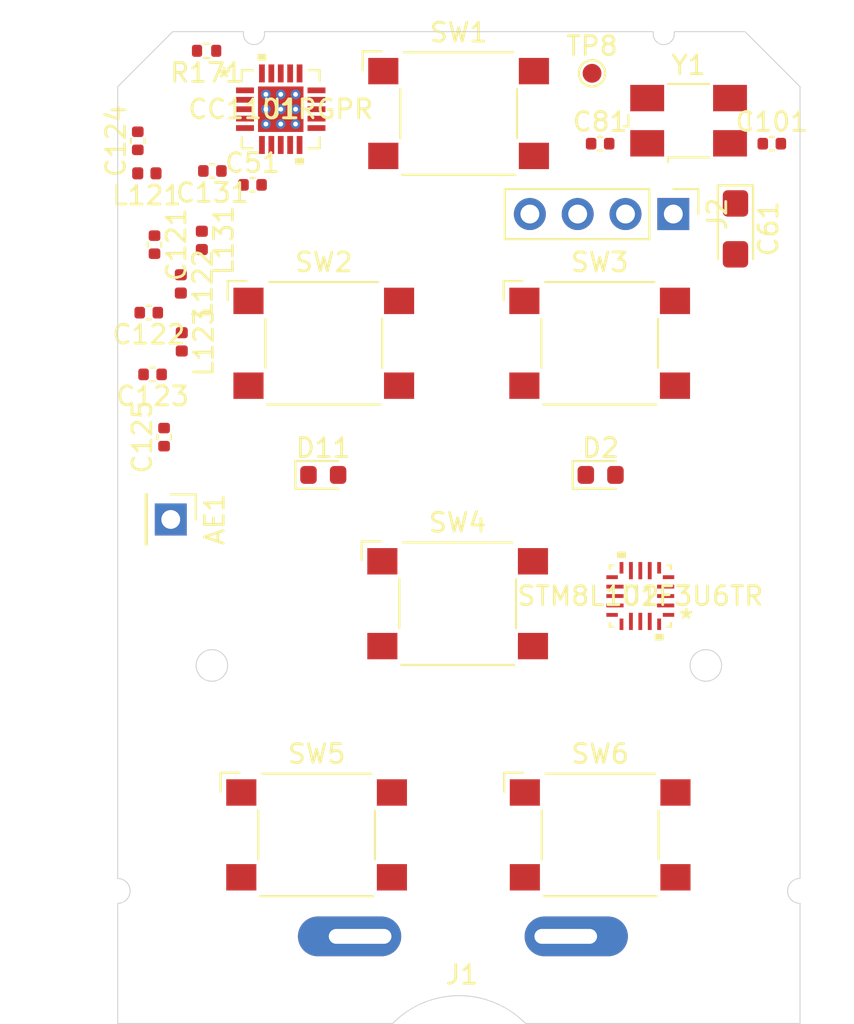
<source format=kicad_pcb>
(kicad_pcb (version 20171130) (host pcbnew "(5.1.10)-1")

  (general
    (thickness 1.6)
    (drawings 23)
    (tracks 0)
    (zones 0)
    (modules 30)
    (nets 33)
  )

  (page A4)
  (layers
    (0 F.Cu signal)
    (31 B.Cu signal)
    (32 B.Adhes user)
    (33 F.Adhes user)
    (34 B.Paste user)
    (35 F.Paste user)
    (36 B.SilkS user)
    (37 F.SilkS user)
    (38 B.Mask user)
    (39 F.Mask user)
    (40 Dwgs.User user)
    (41 Cmts.User user)
    (42 Eco1.User user)
    (43 Eco2.User user)
    (44 Edge.Cuts user)
    (45 Margin user)
    (46 B.CrtYd user)
    (47 F.CrtYd user)
    (48 B.Fab user hide)
    (49 F.Fab user hide)
  )

  (setup
    (last_trace_width 0.25)
    (trace_clearance 0.2)
    (zone_clearance 0.508)
    (zone_45_only no)
    (trace_min 0.2)
    (via_size 0.8)
    (via_drill 0.4)
    (via_min_size 0.4)
    (via_min_drill 0.3)
    (uvia_size 0.3)
    (uvia_drill 0.1)
    (uvias_allowed no)
    (uvia_min_size 0.2)
    (uvia_min_drill 0.1)
    (edge_width 0.05)
    (segment_width 0.2)
    (pcb_text_width 0.3)
    (pcb_text_size 1.5 1.5)
    (mod_edge_width 0.12)
    (mod_text_size 1 1)
    (mod_text_width 0.15)
    (pad_size 1.524 1.524)
    (pad_drill 0.762)
    (pad_to_mask_clearance 0)
    (aux_axis_origin 0 0)
    (grid_origin 25.4 35.56)
    (visible_elements 7FFFFFFF)
    (pcbplotparams
      (layerselection 0x010fc_ffffffff)
      (usegerberextensions false)
      (usegerberattributes true)
      (usegerberadvancedattributes true)
      (creategerberjobfile true)
      (excludeedgelayer true)
      (linewidth 0.100000)
      (plotframeref false)
      (viasonmask false)
      (mode 1)
      (useauxorigin false)
      (hpglpennumber 1)
      (hpglpenspeed 20)
      (hpglpendiameter 15.000000)
      (psnegative false)
      (psa4output false)
      (plotreference true)
      (plotvalue true)
      (plotinvisibletext false)
      (padsonsilk false)
      (subtractmaskfromsilk false)
      (outputformat 1)
      (mirror false)
      (drillshape 1)
      (scaleselection 1)
      (outputdirectory ""))
  )

  (net 0 "")
  (net 1 "Net-(AE1-Pad1)")
  (net 2 GND)
  (net 3 "Net-(C51-Pad1)")
  (net 4 +3V0)
  (net 5 "Net-(C81-Pad1)")
  (net 6 "Net-(C101-Pad1)")
  (net 7 "Net-(C121-Pad2)")
  (net 8 "Net-(C121-Pad1)")
  (net 9 "Net-(C122-Pad1)")
  (net 10 "Net-(C123-Pad1)")
  (net 11 "Net-(C124-Pad1)")
  (net 12 "Net-(C131-Pad2)")
  (net 13 "Net-(D2-Pad2)")
  (net 14 "Net-(D11-Pad2)")
  (net 15 "Net-(J2-Pad4)")
  (net 16 "Net-(J2-Pad2)")
  (net 17 "Net-(R171-Pad2)")
  (net 18 "Net-(SW1-Pad1)")
  (net 19 "Net-(SW2-Pad1)")
  (net 20 "Net-(SW3-Pad1)")
  (net 21 "Net-(SW4-Pad1)")
  (net 22 "Net-(SW5-Pad1)")
  (net 23 "Net-(SW6-Pad1)")
  (net 24 "Net-(TP8-Pad1)")
  (net 25 "Net-(U1-Pad20)")
  (net 26 "Net-(U1-Pad7)")
  (net 27 "Net-(U1-Pad6)")
  (net 28 "Net-(U1-Pad2)")
  (net 29 "Net-(U1-Pad1)")
  (net 30 "Net-(U2-Pad18)")
  (net 31 "Net-(U2-Pad9)")
  (net 32 "Net-(U2-Pad8)")

  (net_class Default "This is the default net class."
    (clearance 0.2)
    (trace_width 0.25)
    (via_dia 0.8)
    (via_drill 0.4)
    (uvia_dia 0.3)
    (uvia_drill 0.1)
    (add_net +3V0)
    (add_net GND)
    (add_net "Net-(AE1-Pad1)")
    (add_net "Net-(C101-Pad1)")
    (add_net "Net-(C121-Pad1)")
    (add_net "Net-(C121-Pad2)")
    (add_net "Net-(C122-Pad1)")
    (add_net "Net-(C123-Pad1)")
    (add_net "Net-(C124-Pad1)")
    (add_net "Net-(C131-Pad2)")
    (add_net "Net-(C51-Pad1)")
    (add_net "Net-(C81-Pad1)")
    (add_net "Net-(D11-Pad2)")
    (add_net "Net-(D2-Pad2)")
    (add_net "Net-(J2-Pad2)")
    (add_net "Net-(J2-Pad4)")
    (add_net "Net-(R171-Pad2)")
    (add_net "Net-(SW1-Pad1)")
    (add_net "Net-(SW2-Pad1)")
    (add_net "Net-(SW3-Pad1)")
    (add_net "Net-(SW4-Pad1)")
    (add_net "Net-(SW5-Pad1)")
    (add_net "Net-(SW6-Pad1)")
    (add_net "Net-(TP8-Pad1)")
    (add_net "Net-(U1-Pad1)")
    (add_net "Net-(U1-Pad2)")
    (add_net "Net-(U1-Pad20)")
    (add_net "Net-(U1-Pad6)")
    (add_net "Net-(U1-Pad7)")
    (add_net "Net-(U2-Pad18)")
    (add_net "Net-(U2-Pad8)")
    (add_net "Net-(U2-Pad9)")
  )

  (module Crystal:Crystal_SMD_0603-4Pin_6.0x3.5mm (layer F.Cu) (tedit 5A0FD1B2) (tstamp 61542A34)
    (at 80.3656 54.7624)
    (descr "SMD Crystal SERIES SMD0603/4 http://www.petermann-technik.de/fileadmin/petermann/pdf/SMD0603-4.pdf, 6.0x3.5mm^2 package")
    (tags "SMD SMT crystal")
    (path /6153D000)
    (attr smd)
    (fp_text reference Y1 (at 0 -2.95) (layer F.SilkS)
      (effects (font (size 1 1) (thickness 0.15)))
    )
    (fp_text value 26MHz (at 0 2.95) (layer F.Fab)
      (effects (font (size 1 1) (thickness 0.15)))
    )
    (fp_circle (center 0 0) (end 0.093333 0) (layer F.Adhes) (width 0.186667))
    (fp_circle (center 0 0) (end 0.213333 0) (layer F.Adhes) (width 0.133333))
    (fp_circle (center 0 0) (end 0.333333 0) (layer F.Adhes) (width 0.133333))
    (fp_circle (center 0 0) (end 0.4 0) (layer F.Adhes) (width 0.1))
    (fp_line (start 3.4 -2.2) (end -3.4 -2.2) (layer F.CrtYd) (width 0.05))
    (fp_line (start 3.4 2.2) (end 3.4 -2.2) (layer F.CrtYd) (width 0.05))
    (fp_line (start -3.4 2.2) (end 3.4 2.2) (layer F.CrtYd) (width 0.05))
    (fp_line (start -3.4 -2.2) (end -3.4 2.2) (layer F.CrtYd) (width 0.05))
    (fp_line (start -1.1 1.95) (end -1.1 2.19) (layer F.SilkS) (width 0.12))
    (fp_line (start 1.1 1.95) (end -1.1 1.95) (layer F.SilkS) (width 0.12))
    (fp_line (start -1.1 -1.95) (end 1.1 -1.95) (layer F.SilkS) (width 0.12))
    (fp_line (start 3.2 -0.3) (end 3.2 0.3) (layer F.SilkS) (width 0.12))
    (fp_line (start -3.2 0.3) (end -3.2 -0.3) (layer F.SilkS) (width 0.12))
    (fp_line (start -3.44 0.3) (end -3.2 0.3) (layer F.SilkS) (width 0.12))
    (fp_line (start -3 0.75) (end -2 1.75) (layer F.Fab) (width 0.1))
    (fp_line (start -3 -1.65) (end -2.9 -1.75) (layer F.Fab) (width 0.1))
    (fp_line (start -3 1.65) (end -3 -1.65) (layer F.Fab) (width 0.1))
    (fp_line (start -2.9 1.75) (end -3 1.65) (layer F.Fab) (width 0.1))
    (fp_line (start 2.9 1.75) (end -2.9 1.75) (layer F.Fab) (width 0.1))
    (fp_line (start 3 1.65) (end 2.9 1.75) (layer F.Fab) (width 0.1))
    (fp_line (start 3 -1.65) (end 3 1.65) (layer F.Fab) (width 0.1))
    (fp_line (start 2.9 -1.75) (end 3 -1.65) (layer F.Fab) (width 0.1))
    (fp_line (start -2.9 -1.75) (end 2.9 -1.75) (layer F.Fab) (width 0.1))
    (fp_text user %R (at 0 0) (layer F.Fab)
      (effects (font (size 1 1) (thickness 0.15)))
    )
    (pad 4 smd rect (at -2.2 -1.2) (size 1.8 1.4) (layers F.Cu F.Paste F.Mask))
    (pad 3 smd rect (at 2.2 -1.2) (size 1.8 1.4) (layers F.Cu F.Paste F.Mask))
    (pad 2 smd rect (at 2.2 1.2) (size 1.8 1.4) (layers F.Cu F.Paste F.Mask)
      (net 6 "Net-(C101-Pad1)"))
    (pad 1 smd rect (at -2.2 1.2) (size 1.8 1.4) (layers F.Cu F.Paste F.Mask)
      (net 5 "Net-(C81-Pad1)"))
    (model ${KISYS3DMOD}/Crystal.3dshapes/Crystal_SMD_0603-4Pin_6.0x3.5mm.wrl
      (at (xyz 0 0 0))
      (scale (xyz 1 1 1))
      (rotate (xyz 0 0 0))
    )
  )

  (module parts:STM8L101F3U6TR (layer F.Cu) (tedit 0) (tstamp 61542A14)
    (at 77.8002 79.9846 180)
    (path /6151131E)
    (fp_text reference U2 (at 0 0) (layer F.SilkS)
      (effects (font (size 1 1) (thickness 0.15)))
    )
    (fp_text value STM8L101F3U6TR (at 0 0) (layer F.SilkS)
      (effects (font (size 1 1) (thickness 0.15)))
    )
    (fp_circle (center -2.7051 -1) (end -2.6289 -1) (layer F.CrtYd) (width 0.05))
    (fp_line (start -1.25 1.7526) (end -1.7526 1.7526) (layer F.CrtYd) (width 0.05))
    (fp_line (start -1.25 2.0574) (end -1.25 1.7526) (layer F.CrtYd) (width 0.05))
    (fp_line (start 1.25 2.0574) (end -1.25 2.0574) (layer F.CrtYd) (width 0.05))
    (fp_line (start 1.25 1.7526) (end 1.25 2.0574) (layer F.CrtYd) (width 0.05))
    (fp_line (start 1.7526 1.7526) (end 1.25 1.7526) (layer F.CrtYd) (width 0.05))
    (fp_line (start 1.7526 1.25) (end 1.7526 1.7526) (layer F.CrtYd) (width 0.05))
    (fp_line (start 2.0574 1.25) (end 1.7526 1.25) (layer F.CrtYd) (width 0.05))
    (fp_line (start 2.0574 -1.25) (end 2.0574 1.25) (layer F.CrtYd) (width 0.05))
    (fp_line (start 1.7526 -1.25) (end 2.0574 -1.25) (layer F.CrtYd) (width 0.05))
    (fp_line (start 1.7526 -1.7526) (end 1.7526 -1.25) (layer F.CrtYd) (width 0.05))
    (fp_line (start 1.25 -1.7526) (end 1.7526 -1.7526) (layer F.CrtYd) (width 0.05))
    (fp_line (start 1.25 -2.0574) (end 1.25 -1.7526) (layer F.CrtYd) (width 0.05))
    (fp_line (start -1.25 -2.0574) (end 1.25 -2.0574) (layer F.CrtYd) (width 0.05))
    (fp_line (start -1.25 -1.7526) (end -1.25 -2.0574) (layer F.CrtYd) (width 0.05))
    (fp_line (start -1.7526 -1.7526) (end -1.25 -1.7526) (layer F.CrtYd) (width 0.05))
    (fp_line (start -1.7526 -1.25) (end -1.7526 -1.7526) (layer F.CrtYd) (width 0.05))
    (fp_line (start -2.0574 -1.25) (end -1.7526 -1.25) (layer F.CrtYd) (width 0.05))
    (fp_line (start -2.0574 1.25) (end -2.0574 -1.25) (layer F.CrtYd) (width 0.05))
    (fp_line (start -1.7526 1.25) (end -2.0574 1.25) (layer F.CrtYd) (width 0.05))
    (fp_line (start -1.7526 1.7526) (end -1.7526 1.25) (layer F.CrtYd) (width 0.05))
    (fp_poly (pts (xy -1.190501 -2.0574) (xy -1.190501 -2.3114) (xy -0.809501 -2.3114) (xy -0.809501 -2.0574)) (layer F.SilkS) (width 0.1))
    (fp_poly (pts (xy 0.809501 2.0574) (xy 0.809501 2.3114) (xy 1.190501 2.3114) (xy 1.190501 2.0574)) (layer F.SilkS) (width 0.1))
    (fp_line (start -1.434341 -1.6256) (end -1.6256 -1.6256) (layer F.SilkS) (width 0.12))
    (fp_line (start 1.6256 -1.434341) (end 1.6256 -1.6256) (layer F.SilkS) (width 0.12))
    (fp_line (start 1.434341 1.6256) (end 1.6256 1.6256) (layer F.SilkS) (width 0.12))
    (fp_line (start -1.4986 1.4986) (end -1.4986 1.4986) (layer F.Fab) (width 0.1))
    (fp_line (start -1.4986 -1.4986) (end -1.4986 1.4986) (layer F.Fab) (width 0.1))
    (fp_line (start -1.4986 -1.4986) (end -1.4986 -1.4986) (layer F.Fab) (width 0.1))
    (fp_line (start 1.4986 -1.4986) (end -1.4986 -1.4986) (layer F.Fab) (width 0.1))
    (fp_line (start 1.4986 -1.4986) (end 1.4986 -1.4986) (layer F.Fab) (width 0.1))
    (fp_line (start 1.4986 1.4986) (end 1.4986 -1.4986) (layer F.Fab) (width 0.1))
    (fp_line (start 1.4986 1.4986) (end 1.4986 1.4986) (layer F.Fab) (width 0.1))
    (fp_line (start -1.4986 1.4986) (end 1.4986 1.4986) (layer F.Fab) (width 0.1))
    (fp_line (start -1.6256 1.434341) (end -1.6256 1.6256) (layer F.SilkS) (width 0.12))
    (fp_line (start -1.6256 -1.6256) (end -1.6256 -1.434341) (layer F.SilkS) (width 0.12))
    (fp_line (start 1.6256 -1.6256) (end 1.434341 -1.6256) (layer F.SilkS) (width 0.12))
    (fp_line (start 1.6256 1.6256) (end 1.6256 1.434341) (layer F.SilkS) (width 0.12))
    (fp_line (start -1.6256 1.6256) (end -1.434341 1.6256) (layer F.SilkS) (width 0.12))
    (fp_line (start 1.4986 -1.1016) (end 1.4986 -1.1016) (layer F.Fab) (width 0.1))
    (fp_line (start 1.4986 -0.8984) (end 1.4986 -1.1016) (layer F.Fab) (width 0.1))
    (fp_line (start 1.4986 -0.8984) (end 1.4986 -0.8984) (layer F.Fab) (width 0.1))
    (fp_line (start 1.4986 -1.1016) (end 1.4986 -0.8984) (layer F.Fab) (width 0.1))
    (fp_line (start 1.4986 -0.6016) (end 1.4986 -0.6016) (layer F.Fab) (width 0.1))
    (fp_line (start 1.4986 -0.3984) (end 1.4986 -0.6016) (layer F.Fab) (width 0.1))
    (fp_line (start 1.4986 -0.3984) (end 1.4986 -0.3984) (layer F.Fab) (width 0.1))
    (fp_line (start 1.4986 -0.6016) (end 1.4986 -0.3984) (layer F.Fab) (width 0.1))
    (fp_line (start 1.4986 -0.1016) (end 1.4986 -0.1016) (layer F.Fab) (width 0.1))
    (fp_line (start 1.4986 0.1016) (end 1.4986 -0.1016) (layer F.Fab) (width 0.1))
    (fp_line (start 1.4986 0.1016) (end 1.4986 0.1016) (layer F.Fab) (width 0.1))
    (fp_line (start 1.4986 -0.1016) (end 1.4986 0.1016) (layer F.Fab) (width 0.1))
    (fp_line (start 1.4986 0.3984) (end 1.4986 0.3984) (layer F.Fab) (width 0.1))
    (fp_line (start 1.4986 0.6016) (end 1.4986 0.3984) (layer F.Fab) (width 0.1))
    (fp_line (start 1.4986 0.6016) (end 1.4986 0.6016) (layer F.Fab) (width 0.1))
    (fp_line (start 1.4986 0.3984) (end 1.4986 0.6016) (layer F.Fab) (width 0.1))
    (fp_line (start 1.4986 0.8984) (end 1.4986 0.8984) (layer F.Fab) (width 0.1))
    (fp_line (start 1.4986 1.1016) (end 1.4986 0.8984) (layer F.Fab) (width 0.1))
    (fp_line (start 1.4986 1.1016) (end 1.4986 1.1016) (layer F.Fab) (width 0.1))
    (fp_line (start 1.4986 0.8984) (end 1.4986 1.1016) (layer F.Fab) (width 0.1))
    (fp_line (start 1.1016 1.4986) (end 1.1016 1.4986) (layer F.Fab) (width 0.1))
    (fp_line (start 0.8984 1.4986) (end 1.1016 1.4986) (layer F.Fab) (width 0.1))
    (fp_line (start 0.8984 1.4986) (end 0.8984 1.4986) (layer F.Fab) (width 0.1))
    (fp_line (start 1.1016 1.4986) (end 0.8984 1.4986) (layer F.Fab) (width 0.1))
    (fp_line (start 0.6016 1.4986) (end 0.6016 1.4986) (layer F.Fab) (width 0.1))
    (fp_line (start 0.3984 1.4986) (end 0.6016 1.4986) (layer F.Fab) (width 0.1))
    (fp_line (start 0.3984 1.4986) (end 0.3984 1.4986) (layer F.Fab) (width 0.1))
    (fp_line (start 0.6016 1.4986) (end 0.3984 1.4986) (layer F.Fab) (width 0.1))
    (fp_line (start 0.1016 1.4986) (end 0.1016 1.4986) (layer F.Fab) (width 0.1))
    (fp_line (start -0.1016 1.4986) (end 0.1016 1.4986) (layer F.Fab) (width 0.1))
    (fp_line (start -0.1016 1.4986) (end -0.1016 1.4986) (layer F.Fab) (width 0.1))
    (fp_line (start 0.1016 1.4986) (end -0.1016 1.4986) (layer F.Fab) (width 0.1))
    (fp_line (start -0.3984 1.4986) (end -0.3984 1.4986) (layer F.Fab) (width 0.1))
    (fp_line (start -0.6016 1.4986) (end -0.3984 1.4986) (layer F.Fab) (width 0.1))
    (fp_line (start -0.6016 1.4986) (end -0.6016 1.4986) (layer F.Fab) (width 0.1))
    (fp_line (start -0.3984 1.4986) (end -0.6016 1.4986) (layer F.Fab) (width 0.1))
    (fp_line (start -0.8984 1.4986) (end -0.8984 1.4986) (layer F.Fab) (width 0.1))
    (fp_line (start -1.1016 1.4986) (end -0.8984 1.4986) (layer F.Fab) (width 0.1))
    (fp_line (start -1.1016 1.4986) (end -1.1016 1.4986) (layer F.Fab) (width 0.1))
    (fp_line (start -0.8984 1.4986) (end -1.1016 1.4986) (layer F.Fab) (width 0.1))
    (fp_line (start -1.4986 1.1016) (end -1.4986 1.1016) (layer F.Fab) (width 0.1))
    (fp_line (start -1.4986 0.8984) (end -1.4986 1.1016) (layer F.Fab) (width 0.1))
    (fp_line (start -1.4986 0.8984) (end -1.4986 0.8984) (layer F.Fab) (width 0.1))
    (fp_line (start -1.4986 1.1016) (end -1.4986 0.8984) (layer F.Fab) (width 0.1))
    (fp_line (start -1.4986 0.6016) (end -1.4986 0.6016) (layer F.Fab) (width 0.1))
    (fp_line (start -1.4986 0.3984) (end -1.4986 0.6016) (layer F.Fab) (width 0.1))
    (fp_line (start -1.4986 0.3984) (end -1.4986 0.3984) (layer F.Fab) (width 0.1))
    (fp_line (start -1.4986 0.6016) (end -1.4986 0.3984) (layer F.Fab) (width 0.1))
    (fp_line (start -1.4986 0.1016) (end -1.4986 0.1016) (layer F.Fab) (width 0.1))
    (fp_line (start -1.4986 -0.1016) (end -1.4986 0.1016) (layer F.Fab) (width 0.1))
    (fp_line (start -1.4986 -0.1016) (end -1.4986 -0.1016) (layer F.Fab) (width 0.1))
    (fp_line (start -1.4986 0.1016) (end -1.4986 -0.1016) (layer F.Fab) (width 0.1))
    (fp_line (start -1.4986 -0.3984) (end -1.4986 -0.3984) (layer F.Fab) (width 0.1))
    (fp_line (start -1.4986 -0.6016) (end -1.4986 -0.3984) (layer F.Fab) (width 0.1))
    (fp_line (start -1.4986 -0.6016) (end -1.4986 -0.6016) (layer F.Fab) (width 0.1))
    (fp_line (start -1.4986 -0.3984) (end -1.4986 -0.6016) (layer F.Fab) (width 0.1))
    (fp_line (start -1.4986 -0.8984) (end -1.4986 -0.8984) (layer F.Fab) (width 0.1))
    (fp_line (start -1.4986 -1.1016) (end -1.4986 -0.8984) (layer F.Fab) (width 0.1))
    (fp_line (start -1.4986 -1.1016) (end -1.4986 -1.1016) (layer F.Fab) (width 0.1))
    (fp_line (start -1.4986 -0.8984) (end -1.4986 -1.1016) (layer F.Fab) (width 0.1))
    (fp_line (start -1.1016 -1.4986) (end -1.1016 -1.4986) (layer F.Fab) (width 0.1))
    (fp_line (start -0.8984 -1.4986) (end -1.1016 -1.4986) (layer F.Fab) (width 0.1))
    (fp_line (start -0.8984 -1.4986) (end -0.8984 -1.4986) (layer F.Fab) (width 0.1))
    (fp_line (start -1.1016 -1.4986) (end -0.8984 -1.4986) (layer F.Fab) (width 0.1))
    (fp_line (start -0.6016 -1.4986) (end -0.6016 -1.4986) (layer F.Fab) (width 0.1))
    (fp_line (start -0.3984 -1.4986) (end -0.6016 -1.4986) (layer F.Fab) (width 0.1))
    (fp_line (start -0.3984 -1.4986) (end -0.3984 -1.4986) (layer F.Fab) (width 0.1))
    (fp_line (start -0.6016 -1.4986) (end -0.3984 -1.4986) (layer F.Fab) (width 0.1))
    (fp_line (start -0.1016 -1.4986) (end -0.1016 -1.4986) (layer F.Fab) (width 0.1))
    (fp_line (start 0.1016 -1.4986) (end -0.1016 -1.4986) (layer F.Fab) (width 0.1))
    (fp_line (start 0.1016 -1.4986) (end 0.1016 -1.4986) (layer F.Fab) (width 0.1))
    (fp_line (start -0.1016 -1.4986) (end 0.1016 -1.4986) (layer F.Fab) (width 0.1))
    (fp_line (start 0.3984 -1.4986) (end 0.3984 -1.4986) (layer F.Fab) (width 0.1))
    (fp_line (start 0.6016 -1.4986) (end 0.3984 -1.4986) (layer F.Fab) (width 0.1))
    (fp_line (start 0.6016 -1.4986) (end 0.6016 -1.4986) (layer F.Fab) (width 0.1))
    (fp_line (start 0.3984 -1.4986) (end 0.6016 -1.4986) (layer F.Fab) (width 0.1))
    (fp_line (start 0.8984 -1.4986) (end 0.8984 -1.4986) (layer F.Fab) (width 0.1))
    (fp_line (start 1.1016 -1.4986) (end 0.8984 -1.4986) (layer F.Fab) (width 0.1))
    (fp_line (start 1.1016 -1.4986) (end 1.1016 -1.4986) (layer F.Fab) (width 0.1))
    (fp_line (start 0.8984 -1.4986) (end 1.1016 -1.4986) (layer F.Fab) (width 0.1))
    (fp_line (start -1.4986 -0.2286) (end -0.2286 -1.4986) (layer F.Fab) (width 0.1))
    (fp_text user * (at -0.889 -1.25) (layer F.Fab)
      (effects (font (size 1 1) (thickness 0.15)))
    )
    (fp_text user * (at -2.4384 -1.25) (layer F.SilkS)
      (effects (font (size 1 1) (thickness 0.15)))
    )
    (fp_text user 0.106in/2.692mm (at 6.9342 0.635) (layer Dwgs.User)
      (effects (font (size 1 1) (thickness 0.15)))
    )
    (fp_text user 0.106in/2.692mm (at 0 6.9342) (layer Dwgs.User)
      (effects (font (size 1 1) (thickness 0.15)))
    )
    (fp_text user 0.008in/0.203mm (at -4.3942 1.3462) (layer Dwgs.User)
      (effects (font (size 1 1) (thickness 0.15)))
    )
    (fp_text user 0.036in/0.914mm (at -1.3462 -4.3942) (layer Dwgs.User)
      (effects (font (size 1 1) (thickness 0.15)))
    )
    (fp_text user 0.02in/0.5mm (at -3.429 -0.75) (layer Dwgs.User)
      (effects (font (size 1 1) (thickness 0.15)))
    )
    (fp_text user * (at -0.889 -1.25) (layer F.Fab)
      (effects (font (size 1 1) (thickness 0.15)))
    )
    (fp_text user * (at -2.4384 -1.25) (layer F.SilkS)
      (effects (font (size 1 1) (thickness 0.15)))
    )
    (fp_text user "Copyright 2021 Accelerated Designs. All rights reserved." (at 0 0) (layer Cmts.User)
      (effects (font (size 0.127 0.127) (thickness 0.002)))
    )
    (pad 20 smd rect (at -1.000001 -1.4986 180) (size 0.2032 0.6096) (layers F.Cu F.Paste F.Mask)
      (net 16 "Net-(J2-Pad2)"))
    (pad 19 smd rect (at -0.499999 -1.3462 180) (size 0.2032 0.9144) (layers F.Cu F.Paste F.Mask)
      (net 23 "Net-(SW6-Pad1)"))
    (pad 18 smd rect (at 0 -1.3462 180) (size 0.2032 0.9144) (layers F.Cu F.Paste F.Mask)
      (net 30 "Net-(U2-Pad18)"))
    (pad 17 smd rect (at 0.499999 -1.3462 180) (size 0.2032 0.9144) (layers F.Cu F.Paste F.Mask)
      (net 22 "Net-(SW5-Pad1)"))
    (pad 16 smd rect (at 1.000001 -1.4986 180) (size 0.2032 0.6096) (layers F.Cu F.Paste F.Mask)
      (net 21 "Net-(SW4-Pad1)"))
    (pad 15 smd rect (at 1.4986 -1.000001 270) (size 0.2032 0.6096) (layers F.Cu F.Paste F.Mask)
      (net 27 "Net-(U1-Pad6)"))
    (pad 14 smd rect (at 1.3462 -0.499999 270) (size 0.2032 0.9144) (layers F.Cu F.Paste F.Mask)
      (net 28 "Net-(U1-Pad2)"))
    (pad 13 smd rect (at 1.3462 0 270) (size 0.2032 0.9144) (layers F.Cu F.Paste F.Mask)
      (net 25 "Net-(U1-Pad20)"))
    (pad 12 smd rect (at 1.3462 0.499999 270) (size 0.2032 0.9144) (layers F.Cu F.Paste F.Mask)
      (net 29 "Net-(U1-Pad1)"))
    (pad 11 smd rect (at 1.4986 1.000001 270) (size 0.2032 0.6096) (layers F.Cu F.Paste F.Mask)
      (net 26 "Net-(U1-Pad7)"))
    (pad 10 smd rect (at 1.000001 1.4986 180) (size 0.2032 0.6096) (layers F.Cu F.Paste F.Mask)
      (net 18 "Net-(SW1-Pad1)"))
    (pad 9 smd rect (at 0.499999 1.3462 180) (size 0.2032 0.9144) (layers F.Cu F.Paste F.Mask)
      (net 31 "Net-(U2-Pad9)"))
    (pad 8 smd rect (at 0 1.3462 180) (size 0.2032 0.9144) (layers F.Cu F.Paste F.Mask)
      (net 32 "Net-(U2-Pad8)"))
    (pad 7 smd rect (at -0.499999 1.3462 180) (size 0.2032 0.9144) (layers F.Cu F.Paste F.Mask)
      (net 19 "Net-(SW2-Pad1)"))
    (pad 6 smd rect (at -1.000001 1.4986 180) (size 0.2032 0.6096) (layers F.Cu F.Paste F.Mask)
      (net 14 "Net-(D11-Pad2)"))
    (pad 5 smd rect (at -1.4986 1.000001 270) (size 0.2032 0.6096) (layers F.Cu F.Paste F.Mask)
      (net 4 +3V0))
    (pad 4 smd rect (at -1.3462 0.499999 270) (size 0.2032 0.9144) (layers F.Cu F.Paste F.Mask)
      (net 2 GND))
    (pad 3 smd rect (at -1.3462 0 270) (size 0.2032 0.9144) (layers F.Cu F.Paste F.Mask)
      (net 20 "Net-(SW3-Pad1)"))
    (pad 2 smd rect (at -1.3462 -0.499999 270) (size 0.2032 0.9144) (layers F.Cu F.Paste F.Mask)
      (net 13 "Net-(D2-Pad2)"))
    (pad 1 smd rect (at -1.4986 -1.000001 270) (size 0.2032 0.6096) (layers F.Cu F.Paste F.Mask)
      (net 15 "Net-(J2-Pad4)"))
  )

  (module parts:CC1101RGPR (layer F.Cu) (tedit 0) (tstamp 6154297A)
    (at 58.6994 54.1528)
    (path /6151024B)
    (fp_text reference U1 (at 0 0) (layer F.SilkS)
      (effects (font (size 1 1) (thickness 0.15)))
    )
    (fp_text value CC1101RGPR (at 0 0) (layer F.SilkS)
      (effects (font (size 1 1) (thickness 0.15)))
    )
    (fp_circle (center -3.25755 -1) (end -3.18135 -1) (layer F.CrtYd) (width 0.05))
    (fp_line (start 2.6289 2.6289) (end -2.6289 2.6289) (layer F.CrtYd) (width 0.05))
    (fp_line (start 2.6289 -2.6289) (end 2.6289 2.6289) (layer F.CrtYd) (width 0.05))
    (fp_line (start -2.6289 -2.6289) (end 2.6289 -2.6289) (layer F.CrtYd) (width 0.05))
    (fp_line (start -2.6289 2.6289) (end -2.6289 -2.6289) (layer F.CrtYd) (width 0.05))
    (fp_poly (pts (xy 0.9874 -1.27) (xy 1.27 -1.27) (xy 1.27 1.27) (xy 0.9874 1.27)) (layer F.Mask) (width 0.1))
    (fp_poly (pts (xy 1.028821 0.8874) (xy 0.8874 1.028821) (xy 0.8874 1.13157) (xy 1.13157 1.13157)
      (xy 1.13157 0.8874)) (layer F.Paste) (width 0.1))
    (fp_poly (pts (xy 1.028821 0.1) (xy 0.8874 0.241421) (xy 0.8874 0.545979) (xy 1.028821 0.6874)
      (xy 1.13157 0.6874) (xy 1.13157 0.1)) (layer F.Paste) (width 0.1))
    (fp_poly (pts (xy 1.028821 -0.6874) (xy 0.8874 -0.545979) (xy 0.8874 -0.241421) (xy 1.028821 -0.1)
      (xy 1.13157 -0.1) (xy 1.13157 -0.6874)) (layer F.Paste) (width 0.1))
    (fp_poly (pts (xy 0.8874 -1.13157) (xy 0.8874 -1.028821) (xy 1.028821 -0.8874) (xy 1.13157 -0.8874)
      (xy 1.13157 -1.13157)) (layer F.Paste) (width 0.1))
    (fp_poly (pts (xy 0.5874 -1.27) (xy 0.2 -1.27) (xy 0.2 1.27) (xy 0.5874 1.27)) (layer F.Mask) (width 0.1))
    (fp_poly (pts (xy 0.241421 0.8874) (xy 0.1 1.028821) (xy 0.1 1.13157) (xy 0.6874 1.13157)
      (xy 0.6874 1.028821) (xy 0.545979 0.8874)) (layer F.Paste) (width 0.1))
    (fp_poly (pts (xy 0.241421 0.1) (xy 0.1 0.241421) (xy 0.1 0.545979) (xy 0.241421 0.6874)
      (xy 0.545979 0.6874) (xy 0.6874 0.545979) (xy 0.6874 0.241421) (xy 0.545979 0.1)) (layer F.Paste) (width 0.1))
    (fp_poly (pts (xy 0.241421 -0.6874) (xy 0.1 -0.545979) (xy 0.1 -0.241421) (xy 0.241421 -0.1)
      (xy 0.545979 -0.1) (xy 0.6874 -0.241421) (xy 0.6874 -0.545979) (xy 0.545979 -0.6874)) (layer F.Paste) (width 0.1))
    (fp_poly (pts (xy 0.1 -1.13157) (xy 0.1 -1.028821) (xy 0.241421 -0.8874) (xy 0.545979 -0.8874)
      (xy 0.6874 -1.028821) (xy 0.6874 -1.13157)) (layer F.Paste) (width 0.1))
    (fp_poly (pts (xy -0.2 -1.27) (xy -0.5874 -1.27) (xy -0.5874 1.27) (xy -0.2 1.27)) (layer F.Mask) (width 0.1))
    (fp_poly (pts (xy -0.545979 0.8874) (xy -0.6874 1.028821) (xy -0.6874 1.13157) (xy -0.1 1.13157)
      (xy -0.1 1.028821) (xy -0.241421 0.8874)) (layer F.Paste) (width 0.1))
    (fp_poly (pts (xy -0.545979 0.1) (xy -0.6874 0.241421) (xy -0.6874 0.545979) (xy -0.545979 0.6874)
      (xy -0.241421 0.6874) (xy -0.1 0.545979) (xy -0.1 0.241421) (xy -0.241421 0.1)) (layer F.Paste) (width 0.1))
    (fp_poly (pts (xy -0.545979 -0.6874) (xy -0.6874 -0.545979) (xy -0.6874 -0.241421) (xy -0.545979 -0.1)
      (xy -0.241421 -0.1) (xy -0.1 -0.241421) (xy -0.1 -0.545979) (xy -0.241421 -0.6874)) (layer F.Paste) (width 0.1))
    (fp_poly (pts (xy -0.6874 -1.13157) (xy -0.6874 -1.028821) (xy -0.545979 -0.8874) (xy -0.241421 -0.8874)
      (xy -0.1 -1.028821) (xy -0.1 -1.13157)) (layer F.Paste) (width 0.1))
    (fp_poly (pts (xy -1.27 -1.27) (xy -0.9874 -1.27) (xy -0.9874 1.27) (xy -1.27 1.27)) (layer F.Mask) (width 0.1))
    (fp_poly (pts (xy -1.27 0.9874) (xy 1.27 0.9874) (xy 1.27 1.27) (xy -1.27 1.27)) (layer F.Mask) (width 0.1))
    (fp_poly (pts (xy -1.13157 0.8874) (xy -1.13157 1.13157) (xy -0.8874 1.13157) (xy -0.8874 1.028821)
      (xy -1.028821 0.8874)) (layer F.Paste) (width 0.1))
    (fp_poly (pts (xy -1.27 0.2) (xy 1.27 0.2) (xy 1.27 0.5874) (xy -1.27 0.5874)) (layer F.Mask) (width 0.1))
    (fp_poly (pts (xy -1.13157 0.1) (xy -1.13157 0.6874) (xy -1.028821 0.6874) (xy -0.8874 0.545979)
      (xy -0.8874 0.241421) (xy -1.028821 0.1)) (layer F.Paste) (width 0.1))
    (fp_poly (pts (xy -1.27 -0.5874) (xy 1.27 -0.5874) (xy 1.27 -0.2) (xy -1.27 -0.2)) (layer F.Mask) (width 0.1))
    (fp_poly (pts (xy -1.13157 -0.6874) (xy -1.13157 -0.1) (xy -1.028821 -0.1) (xy -0.8874 -0.241421)
      (xy -0.8874 -0.545979) (xy -1.028821 -0.6874)) (layer F.Paste) (width 0.1))
    (fp_poly (pts (xy -1.27 -1.27) (xy 1.27 -1.27) (xy 1.27 -0.9874) (xy -1.27 -0.9874)) (layer F.Mask) (width 0.1))
    (fp_poly (pts (xy -1.13157 -1.13157) (xy -1.13157 -0.8874) (xy -1.028821 -0.8874) (xy -0.8874 -1.028821)
      (xy -0.8874 -1.13157)) (layer F.Paste) (width 0.1))
    (fp_poly (pts (xy -1.190501 -2.6289) (xy -1.190501 -2.8829) (xy -0.809501 -2.8829) (xy -0.809501 -2.6289)) (layer F.SilkS) (width 0.1))
    (fp_poly (pts (xy 0.809501 2.6289) (xy 0.809501 2.8829) (xy 1.190501 2.8829) (xy 1.190501 2.6289)) (layer F.SilkS) (width 0.1))
    (fp_line (start 2.0701 -1.485141) (end 2.0701 -2.0701) (layer F.SilkS) (width 0.12))
    (fp_line (start 1.485141 2.0701) (end 2.0701 2.0701) (layer F.SilkS) (width 0.12))
    (fp_line (start -2.0701 2.0701) (end -2.0701 2.0701) (layer F.Fab) (width 0.1))
    (fp_line (start -2.0701 -2.0701) (end -2.0701 2.0701) (layer F.Fab) (width 0.1))
    (fp_line (start -2.0701 -2.0701) (end -2.0701 -2.0701) (layer F.Fab) (width 0.1))
    (fp_line (start 2.0701 -2.0701) (end -2.0701 -2.0701) (layer F.Fab) (width 0.1))
    (fp_line (start 2.0701 -2.0701) (end 2.0701 -2.0701) (layer F.Fab) (width 0.1))
    (fp_line (start 2.0701 2.0701) (end 2.0701 -2.0701) (layer F.Fab) (width 0.1))
    (fp_line (start 2.0701 2.0701) (end 2.0701 2.0701) (layer F.Fab) (width 0.1))
    (fp_line (start -2.0701 2.0701) (end 2.0701 2.0701) (layer F.Fab) (width 0.1))
    (fp_line (start -2.0701 1.485141) (end -2.0701 2.0701) (layer F.SilkS) (width 0.12))
    (fp_line (start -2.0701 -2.0701) (end -2.0701 -1.485141) (layer F.SilkS) (width 0.12))
    (fp_line (start 2.0701 -2.0701) (end 1.485141 -2.0701) (layer F.SilkS) (width 0.12))
    (fp_line (start 2.0701 2.0701) (end 2.0701 1.485141) (layer F.SilkS) (width 0.12))
    (fp_line (start -2.0701 2.0701) (end -1.485141 2.0701) (layer F.SilkS) (width 0.12))
    (fp_line (start 2.0701 -1.1524) (end 2.0701 -1.1524) (layer F.Fab) (width 0.1))
    (fp_line (start 2.0701 -0.8476) (end 2.0701 -1.1524) (layer F.Fab) (width 0.1))
    (fp_line (start 2.0701 -0.8476) (end 2.0701 -0.8476) (layer F.Fab) (width 0.1))
    (fp_line (start 2.0701 -1.1524) (end 2.0701 -0.8476) (layer F.Fab) (width 0.1))
    (fp_line (start 2.0701 -0.6524) (end 2.0701 -0.6524) (layer F.Fab) (width 0.1))
    (fp_line (start 2.0701 -0.3476) (end 2.0701 -0.6524) (layer F.Fab) (width 0.1))
    (fp_line (start 2.0701 -0.3476) (end 2.0701 -0.3476) (layer F.Fab) (width 0.1))
    (fp_line (start 2.0701 -0.6524) (end 2.0701 -0.3476) (layer F.Fab) (width 0.1))
    (fp_line (start 2.0701 -0.1524) (end 2.0701 -0.1524) (layer F.Fab) (width 0.1))
    (fp_line (start 2.0701 0.1524) (end 2.0701 -0.1524) (layer F.Fab) (width 0.1))
    (fp_line (start 2.0701 0.1524) (end 2.0701 0.1524) (layer F.Fab) (width 0.1))
    (fp_line (start 2.0701 -0.1524) (end 2.0701 0.1524) (layer F.Fab) (width 0.1))
    (fp_line (start 2.0701 0.3476) (end 2.0701 0.3476) (layer F.Fab) (width 0.1))
    (fp_line (start 2.0701 0.6524) (end 2.0701 0.3476) (layer F.Fab) (width 0.1))
    (fp_line (start 2.0701 0.6524) (end 2.0701 0.6524) (layer F.Fab) (width 0.1))
    (fp_line (start 2.0701 0.3476) (end 2.0701 0.6524) (layer F.Fab) (width 0.1))
    (fp_line (start 2.0701 0.8476) (end 2.0701 0.8476) (layer F.Fab) (width 0.1))
    (fp_line (start 2.0701 1.1524) (end 2.0701 0.8476) (layer F.Fab) (width 0.1))
    (fp_line (start 2.0701 1.1524) (end 2.0701 1.1524) (layer F.Fab) (width 0.1))
    (fp_line (start 2.0701 0.8476) (end 2.0701 1.1524) (layer F.Fab) (width 0.1))
    (fp_line (start 1.1524 2.0701) (end 1.1524 2.0701) (layer F.Fab) (width 0.1))
    (fp_line (start 0.8476 2.0701) (end 1.1524 2.0701) (layer F.Fab) (width 0.1))
    (fp_line (start 0.8476 2.0701) (end 0.8476 2.0701) (layer F.Fab) (width 0.1))
    (fp_line (start 1.1524 2.0701) (end 0.8476 2.0701) (layer F.Fab) (width 0.1))
    (fp_line (start 0.6524 2.0701) (end 0.6524 2.0701) (layer F.Fab) (width 0.1))
    (fp_line (start 0.3476 2.0701) (end 0.6524 2.0701) (layer F.Fab) (width 0.1))
    (fp_line (start 0.3476 2.0701) (end 0.3476 2.0701) (layer F.Fab) (width 0.1))
    (fp_line (start 0.6524 2.0701) (end 0.3476 2.0701) (layer F.Fab) (width 0.1))
    (fp_line (start 0.1524 2.0701) (end 0.1524 2.0701) (layer F.Fab) (width 0.1))
    (fp_line (start -0.1524 2.0701) (end 0.1524 2.0701) (layer F.Fab) (width 0.1))
    (fp_line (start -0.1524 2.0701) (end -0.1524 2.0701) (layer F.Fab) (width 0.1))
    (fp_line (start 0.1524 2.0701) (end -0.1524 2.0701) (layer F.Fab) (width 0.1))
    (fp_line (start -0.3476 2.0701) (end -0.3476 2.0701) (layer F.Fab) (width 0.1))
    (fp_line (start -0.6524 2.0701) (end -0.3476 2.0701) (layer F.Fab) (width 0.1))
    (fp_line (start -0.6524 2.0701) (end -0.6524 2.0701) (layer F.Fab) (width 0.1))
    (fp_line (start -0.3476 2.0701) (end -0.6524 2.0701) (layer F.Fab) (width 0.1))
    (fp_line (start -0.8476 2.0701) (end -0.8476 2.0701) (layer F.Fab) (width 0.1))
    (fp_line (start -1.1524 2.0701) (end -0.8476 2.0701) (layer F.Fab) (width 0.1))
    (fp_line (start -1.1524 2.0701) (end -1.1524 2.0701) (layer F.Fab) (width 0.1))
    (fp_line (start -0.8476 2.0701) (end -1.1524 2.0701) (layer F.Fab) (width 0.1))
    (fp_line (start -2.0701 1.1524) (end -2.0701 1.1524) (layer F.Fab) (width 0.1))
    (fp_line (start -2.0701 0.8476) (end -2.0701 1.1524) (layer F.Fab) (width 0.1))
    (fp_line (start -2.0701 0.8476) (end -2.0701 0.8476) (layer F.Fab) (width 0.1))
    (fp_line (start -2.0701 1.1524) (end -2.0701 0.8476) (layer F.Fab) (width 0.1))
    (fp_line (start -2.0701 0.6524) (end -2.0701 0.6524) (layer F.Fab) (width 0.1))
    (fp_line (start -2.0701 0.3476) (end -2.0701 0.6524) (layer F.Fab) (width 0.1))
    (fp_line (start -2.0701 0.3476) (end -2.0701 0.3476) (layer F.Fab) (width 0.1))
    (fp_line (start -2.0701 0.6524) (end -2.0701 0.3476) (layer F.Fab) (width 0.1))
    (fp_line (start -2.0701 0.1524) (end -2.0701 0.1524) (layer F.Fab) (width 0.1))
    (fp_line (start -2.0701 -0.1524) (end -2.0701 0.1524) (layer F.Fab) (width 0.1))
    (fp_line (start -2.0701 -0.1524) (end -2.0701 -0.1524) (layer F.Fab) (width 0.1))
    (fp_line (start -2.0701 0.1524) (end -2.0701 -0.1524) (layer F.Fab) (width 0.1))
    (fp_line (start -2.0701 -0.3476) (end -2.0701 -0.3476) (layer F.Fab) (width 0.1))
    (fp_line (start -2.0701 -0.6524) (end -2.0701 -0.3476) (layer F.Fab) (width 0.1))
    (fp_line (start -2.0701 -0.6524) (end -2.0701 -0.6524) (layer F.Fab) (width 0.1))
    (fp_line (start -2.0701 -0.3476) (end -2.0701 -0.6524) (layer F.Fab) (width 0.1))
    (fp_line (start -2.0701 -0.8476) (end -2.0701 -0.8476) (layer F.Fab) (width 0.1))
    (fp_line (start -2.0701 -1.1524) (end -2.0701 -0.8476) (layer F.Fab) (width 0.1))
    (fp_line (start -2.0701 -1.1524) (end -2.0701 -1.1524) (layer F.Fab) (width 0.1))
    (fp_line (start -2.0701 -0.8476) (end -2.0701 -1.1524) (layer F.Fab) (width 0.1))
    (fp_line (start -1.1524 -2.0701) (end -1.1524 -2.0701) (layer F.Fab) (width 0.1))
    (fp_line (start -0.8476 -2.0701) (end -1.1524 -2.0701) (layer F.Fab) (width 0.1))
    (fp_line (start -0.8476 -2.0701) (end -0.8476 -2.0701) (layer F.Fab) (width 0.1))
    (fp_line (start -1.1524 -2.0701) (end -0.8476 -2.0701) (layer F.Fab) (width 0.1))
    (fp_line (start -0.6524 -2.0701) (end -0.6524 -2.0701) (layer F.Fab) (width 0.1))
    (fp_line (start -0.3476 -2.0701) (end -0.6524 -2.0701) (layer F.Fab) (width 0.1))
    (fp_line (start -0.3476 -2.0701) (end -0.3476 -2.0701) (layer F.Fab) (width 0.1))
    (fp_line (start -0.6524 -2.0701) (end -0.3476 -2.0701) (layer F.Fab) (width 0.1))
    (fp_line (start -0.1524 -2.0701) (end -0.1524 -2.0701) (layer F.Fab) (width 0.1))
    (fp_line (start 0.1524 -2.0701) (end -0.1524 -2.0701) (layer F.Fab) (width 0.1))
    (fp_line (start 0.1524 -2.0701) (end 0.1524 -2.0701) (layer F.Fab) (width 0.1))
    (fp_line (start -0.1524 -2.0701) (end 0.1524 -2.0701) (layer F.Fab) (width 0.1))
    (fp_line (start 0.3476 -2.0701) (end 0.3476 -2.0701) (layer F.Fab) (width 0.1))
    (fp_line (start 0.6524 -2.0701) (end 0.3476 -2.0701) (layer F.Fab) (width 0.1))
    (fp_line (start 0.6524 -2.0701) (end 0.6524 -2.0701) (layer F.Fab) (width 0.1))
    (fp_line (start 0.3476 -2.0701) (end 0.6524 -2.0701) (layer F.Fab) (width 0.1))
    (fp_line (start 0.8476 -2.0701) (end 0.8476 -2.0701) (layer F.Fab) (width 0.1))
    (fp_line (start 1.1524 -2.0701) (end 0.8476 -2.0701) (layer F.Fab) (width 0.1))
    (fp_line (start 1.1524 -2.0701) (end 1.1524 -2.0701) (layer F.Fab) (width 0.1))
    (fp_line (start 0.8476 -2.0701) (end 1.1524 -2.0701) (layer F.Fab) (width 0.1))
    (fp_line (start -2.0701 -0.8001) (end -0.8001 -2.0701) (layer F.Fab) (width 0.1))
    (fp_line (start -1.485141 -2.0701) (end -2.0701 -2.0701) (layer F.SilkS) (width 0.12))
    (fp_text user * (at -3.0099 -1.631) (layer F.Fab)
      (effects (font (size 1 1) (thickness 0.15)))
    )
    (fp_text user * (at -3.0099 -1.631) (layer F.SilkS)
      (effects (font (size 1 1) (thickness 0.15)))
    )
    (fp_text user .095in/2.413mm (at 4.79425 0) (layer Dwgs.User)
      (effects (font (size 1 1) (thickness 0.15)))
    )
    (fp_text user .095in/2.413mm (at 0 5.09905) (layer Dwgs.User)
      (effects (font (size 1 1) (thickness 0.15)))
    )
    (fp_text user .012in/.305mm (at -7.63905 -1) (layer Dwgs.User)
      (effects (font (size 1 1) (thickness 0.15)))
    )
    (fp_text user .0375in/.953mm (at 1.89865 -4.94665) (layer Dwgs.User)
      (effects (font (size 1 1) (thickness 0.15)))
    )
    (fp_text user .1495in/3.797mm (at 9.87425 0) (layer Dwgs.User)
      (effects (font (size 1 1) (thickness 0.15)))
    )
    (fp_text user .1495in/3.797mm (at 0 7.63905) (layer Dwgs.User)
      (effects (font (size 1 1) (thickness 0.15)))
    )
    (fp_text user 1.968504E-02in/.5mm (at -5.9309 0.25) (layer Dwgs.User)
      (effects (font (size 1 1) (thickness 0.15)))
    )
    (fp_text user "Default Padstyle: RX12Y37p5D0T" (at 0 9.2075) (layer Dwgs.User)
      (effects (font (size 1 1) (thickness 0.15)))
    )
    (fp_text user * (at -3.0099 -1.631) (layer F.Fab)
      (effects (font (size 1 1) (thickness 0.15)))
    )
    (fp_text user * (at -3.0099 -1.631) (layer F.SilkS)
      (effects (font (size 1 1) (thickness 0.15)))
    )
    (fp_text user "Copyright 2021 Accelerated Designs. All rights reserved." (at 0 0) (layer Cmts.User)
      (effects (font (size 0.127 0.127) (thickness 0.002)))
    )
    (pad V thru_hole circle (at 0.7874 -0.7874) (size 0.508 0.508) (drill 0.254) (layers *.Cu *.Mask))
    (pad V thru_hole circle (at 0.7874 0) (size 0.508 0.508) (drill 0.254) (layers *.Cu *.Mask))
    (pad V thru_hole circle (at 0.7874 0.7874) (size 0.508 0.508) (drill 0.254) (layers *.Cu *.Mask))
    (pad V thru_hole circle (at 0 -0.7874) (size 0.508 0.508) (drill 0.254) (layers *.Cu *.Mask))
    (pad V thru_hole circle (at 0 0) (size 0.508 0.508) (drill 0.254) (layers *.Cu *.Mask))
    (pad V thru_hole circle (at 0 0.7874) (size 0.508 0.508) (drill 0.254) (layers *.Cu *.Mask))
    (pad V thru_hole circle (at -0.7874 -0.7874) (size 0.508 0.508) (drill 0.254) (layers *.Cu *.Mask))
    (pad V thru_hole circle (at -0.7874 0) (size 0.508 0.508) (drill 0.254) (layers *.Cu *.Mask))
    (pad V thru_hole circle (at -0.7874 0.7874) (size 0.508 0.508) (drill 0.254) (layers *.Cu *.Mask))
    (pad 21 smd rect (at 0 0) (size 2.413 2.413) (layers F.Cu F.Paste F.Mask)
      (net 2 GND))
    (pad 20 smd rect (at -1.000001 -1.89865) (size 0.3048 0.9525) (layers F.Cu F.Paste F.Mask)
      (net 25 "Net-(U1-Pad20)"))
    (pad 19 smd rect (at -0.499999 -1.89865) (size 0.3048 0.9525) (layers F.Cu F.Paste F.Mask)
      (net 2 GND))
    (pad 18 smd rect (at 0 -1.89865) (size 0.3048 0.9525) (layers F.Cu F.Paste F.Mask)
      (net 4 +3V0))
    (pad 17 smd rect (at 0.499999 -1.89865) (size 0.3048 0.9525) (layers F.Cu F.Paste F.Mask)
      (net 17 "Net-(R171-Pad2)"))
    (pad 16 smd rect (at 1.000001 -1.89865) (size 0.3048 0.9525) (layers F.Cu F.Paste F.Mask)
      (net 2 GND))
    (pad 15 smd rect (at 1.89865 -1.000001 90) (size 0.3048 0.9525) (layers F.Cu F.Paste F.Mask)
      (net 4 +3V0))
    (pad 14 smd rect (at 1.89865 -0.499999 90) (size 0.3048 0.9525) (layers F.Cu F.Paste F.Mask)
      (net 4 +3V0))
    (pad 13 smd rect (at 1.89865 0 90) (size 0.3048 0.9525) (layers F.Cu F.Paste F.Mask)
      (net 12 "Net-(C131-Pad2)"))
    (pad 12 smd rect (at 1.89865 0.499999 90) (size 0.3048 0.9525) (layers F.Cu F.Paste F.Mask)
      (net 8 "Net-(C121-Pad1)"))
    (pad 11 smd rect (at 1.89865 1.000001 90) (size 0.3048 0.9525) (layers F.Cu F.Paste F.Mask)
      (net 4 +3V0))
    (pad 10 smd rect (at 1.000001 1.89865) (size 0.3048 0.9525) (layers F.Cu F.Paste F.Mask)
      (net 6 "Net-(C101-Pad1)"))
    (pad 9 smd rect (at 0.499999 1.89865) (size 0.3048 0.9525) (layers F.Cu F.Paste F.Mask)
      (net 4 +3V0))
    (pad 8 smd rect (at 0 1.89865) (size 0.3048 0.9525) (layers F.Cu F.Paste F.Mask)
      (net 5 "Net-(C81-Pad1)"))
    (pad 7 smd rect (at -0.499999 1.89865) (size 0.3048 0.9525) (layers F.Cu F.Paste F.Mask)
      (net 26 "Net-(U1-Pad7)"))
    (pad 6 smd rect (at -1.000001 1.89865) (size 0.3048 0.9525) (layers F.Cu F.Paste F.Mask)
      (net 27 "Net-(U1-Pad6)"))
    (pad 5 smd rect (at -1.89865 1.000001 90) (size 0.3048 0.9525) (layers F.Cu F.Paste F.Mask)
      (net 3 "Net-(C51-Pad1)"))
    (pad 4 smd rect (at -1.89865 0.499999 90) (size 0.3048 0.9525) (layers F.Cu F.Paste F.Mask)
      (net 4 +3V0))
    (pad 3 smd rect (at -1.89865 0 90) (size 0.3048 0.9525) (layers F.Cu F.Paste F.Mask)
      (net 24 "Net-(TP8-Pad1)"))
    (pad 2 smd rect (at -1.89865 -0.499999 90) (size 0.3048 0.9525) (layers F.Cu F.Paste F.Mask)
      (net 28 "Net-(U1-Pad2)"))
    (pad 1 smd rect (at -1.89865 -1.000001 90) (size 0.3048 0.9525) (layers F.Cu F.Paste F.Mask)
      (net 29 "Net-(U1-Pad1)"))
  )

  (module TestPoint:TestPoint_Pad_D1.0mm (layer F.Cu) (tedit 5A0F774F) (tstamp 615428CB)
    (at 75.2348 52.2478)
    (descr "SMD pad as test Point, diameter 1.0mm")
    (tags "test point SMD pad")
    (path /615D2CD0)
    (attr virtual)
    (fp_text reference TP8 (at 0 -1.448) (layer F.SilkS)
      (effects (font (size 1 1) (thickness 0.15)))
    )
    (fp_text value TestPoint (at 0 1.55) (layer F.Fab)
      (effects (font (size 1 1) (thickness 0.15)))
    )
    (fp_circle (center 0 0) (end 0 0.7) (layer F.SilkS) (width 0.12))
    (fp_circle (center 0 0) (end 1 0) (layer F.CrtYd) (width 0.05))
    (fp_text user %R (at 0 -1.45) (layer F.Fab)
      (effects (font (size 1 1) (thickness 0.15)))
    )
    (pad 1 smd circle (at 0 0) (size 1 1) (layers F.Cu F.Mask)
      (net 24 "Net-(TP8-Pad1)"))
  )

  (module Button_Switch_SMD:SW_SPST_Omron_B3FS-100xP (layer F.Cu) (tedit 5E6E8EA9) (tstamp 615428C3)
    (at 75.6666 92.6592)
    (descr "Surface Mount Tactile Switch for High-Density Mounting, 3.1mm height, https://omronfs.omron.com/en_US/ecb/products/pdf/en-b3fs.pdf")
    (tags "Tactile Switch")
    (path /6151D401)
    (attr smd)
    (fp_text reference SW6 (at 0 -4.3) (layer F.SilkS)
      (effects (font (size 1 1) (thickness 0.15)))
    )
    (fp_text value SW_FanDown (at 0 4.2) (layer F.Fab)
      (effects (font (size 1 1) (thickness 0.15)))
    )
    (fp_line (start -5.1 -3.3) (end -4.1 -3.3) (layer F.SilkS) (width 0.12))
    (fp_line (start -5.1 -2.3) (end -5.1 -3.3) (layer F.SilkS) (width 0.12))
    (fp_circle (center 0 0) (end 1.5 0) (layer F.Fab) (width 0.1))
    (fp_line (start -5.05 -1.3) (end -5.05 -3.4) (layer F.CrtYd) (width 0.05))
    (fp_line (start -3.25 -1.3) (end -5.05 -1.3) (layer F.CrtYd) (width 0.05))
    (fp_line (start -3.25 1.3) (end -3.25 -1.3) (layer F.CrtYd) (width 0.05))
    (fp_line (start -5.05 1.3) (end -3.25 1.3) (layer F.CrtYd) (width 0.05))
    (fp_line (start -5.05 3.4) (end -5.05 1.3) (layer F.CrtYd) (width 0.05))
    (fp_line (start 5.05 3.4) (end -5.05 3.4) (layer F.CrtYd) (width 0.05))
    (fp_line (start 5.05 1.3) (end 5.05 3.4) (layer F.CrtYd) (width 0.05))
    (fp_line (start 3.25 1.3) (end 5.05 1.3) (layer F.CrtYd) (width 0.05))
    (fp_line (start 3.25 -1.3) (end 3.25 1.3) (layer F.CrtYd) (width 0.05))
    (fp_line (start 5.05 -1.3) (end 3.25 -1.3) (layer F.CrtYd) (width 0.05))
    (fp_line (start 5.05 -3.4) (end 5.05 -1.3) (layer F.CrtYd) (width 0.05))
    (fp_line (start -5.05 -3.4) (end 5.05 -3.4) (layer F.CrtYd) (width 0.05))
    (fp_line (start -3 3.15) (end -3 -3.15) (layer F.Fab) (width 0.1))
    (fp_line (start 3 3.15) (end -3 3.15) (layer F.Fab) (width 0.1))
    (fp_line (start 3 -3.15) (end 3 3.15) (layer F.Fab) (width 0.1))
    (fp_line (start -3 -3.15) (end 3 -3.15) (layer F.Fab) (width 0.1))
    (fp_line (start -3.1 -1.3) (end -3.1 1.3) (layer F.SilkS) (width 0.12))
    (fp_line (start 3.1 -1.3) (end 3.1 1.3) (layer F.SilkS) (width 0.12))
    (fp_line (start 3 3.25) (end -3 3.25) (layer F.SilkS) (width 0.12))
    (fp_line (start 2.9 -3.25) (end -2.9 -3.25) (layer F.SilkS) (width 0.12))
    (fp_text user %R (at 0 -2.2) (layer F.Fab)
      (effects (font (size 1 1) (thickness 0.15)))
    )
    (pad 3 smd rect (at -4 2.25 180) (size 1.6 1.4) (layers F.Cu F.Paste F.Mask))
    (pad 4 smd rect (at 4 2.25 180) (size 1.6 1.4) (layers F.Cu F.Paste F.Mask))
    (pad 1 smd rect (at -4 -2.25 180) (size 1.6 1.4) (layers F.Cu F.Paste F.Mask)
      (net 23 "Net-(SW6-Pad1)"))
    (pad 2 smd rect (at 4 -2.25 180) (size 1.6 1.4) (layers F.Cu F.Paste F.Mask)
      (net 2 GND))
    (model ${KISYS3DMOD}/Button_Switch_SMD.3dshapes/SW_SPST_Omron_B3FS-100xP.wrl
      (at (xyz 0 0 0))
      (scale (xyz 1 1 1))
      (rotate (xyz 0 0 0))
    )
  )

  (module Button_Switch_SMD:SW_SPST_Omron_B3FS-100xP (layer F.Cu) (tedit 5E6E8EA9) (tstamp 615428A3)
    (at 60.6044 92.6592)
    (descr "Surface Mount Tactile Switch for High-Density Mounting, 3.1mm height, https://omronfs.omron.com/en_US/ecb/products/pdf/en-b3fs.pdf")
    (tags "Tactile Switch")
    (path /6151C131)
    (attr smd)
    (fp_text reference SW5 (at 0 -4.3) (layer F.SilkS)
      (effects (font (size 1 1) (thickness 0.15)))
    )
    (fp_text value SW_FanUp (at 0 4.2) (layer F.Fab)
      (effects (font (size 1 1) (thickness 0.15)))
    )
    (fp_line (start -5.1 -3.3) (end -4.1 -3.3) (layer F.SilkS) (width 0.12))
    (fp_line (start -5.1 -2.3) (end -5.1 -3.3) (layer F.SilkS) (width 0.12))
    (fp_circle (center 0 0) (end 1.5 0) (layer F.Fab) (width 0.1))
    (fp_line (start -5.05 -1.3) (end -5.05 -3.4) (layer F.CrtYd) (width 0.05))
    (fp_line (start -3.25 -1.3) (end -5.05 -1.3) (layer F.CrtYd) (width 0.05))
    (fp_line (start -3.25 1.3) (end -3.25 -1.3) (layer F.CrtYd) (width 0.05))
    (fp_line (start -5.05 1.3) (end -3.25 1.3) (layer F.CrtYd) (width 0.05))
    (fp_line (start -5.05 3.4) (end -5.05 1.3) (layer F.CrtYd) (width 0.05))
    (fp_line (start 5.05 3.4) (end -5.05 3.4) (layer F.CrtYd) (width 0.05))
    (fp_line (start 5.05 1.3) (end 5.05 3.4) (layer F.CrtYd) (width 0.05))
    (fp_line (start 3.25 1.3) (end 5.05 1.3) (layer F.CrtYd) (width 0.05))
    (fp_line (start 3.25 -1.3) (end 3.25 1.3) (layer F.CrtYd) (width 0.05))
    (fp_line (start 5.05 -1.3) (end 3.25 -1.3) (layer F.CrtYd) (width 0.05))
    (fp_line (start 5.05 -3.4) (end 5.05 -1.3) (layer F.CrtYd) (width 0.05))
    (fp_line (start -5.05 -3.4) (end 5.05 -3.4) (layer F.CrtYd) (width 0.05))
    (fp_line (start -3 3.15) (end -3 -3.15) (layer F.Fab) (width 0.1))
    (fp_line (start 3 3.15) (end -3 3.15) (layer F.Fab) (width 0.1))
    (fp_line (start 3 -3.15) (end 3 3.15) (layer F.Fab) (width 0.1))
    (fp_line (start -3 -3.15) (end 3 -3.15) (layer F.Fab) (width 0.1))
    (fp_line (start -3.1 -1.3) (end -3.1 1.3) (layer F.SilkS) (width 0.12))
    (fp_line (start 3.1 -1.3) (end 3.1 1.3) (layer F.SilkS) (width 0.12))
    (fp_line (start 3 3.25) (end -3 3.25) (layer F.SilkS) (width 0.12))
    (fp_line (start 2.9 -3.25) (end -2.9 -3.25) (layer F.SilkS) (width 0.12))
    (fp_text user %R (at 0 -2.2) (layer F.Fab)
      (effects (font (size 1 1) (thickness 0.15)))
    )
    (pad 3 smd rect (at -4 2.25 180) (size 1.6 1.4) (layers F.Cu F.Paste F.Mask))
    (pad 4 smd rect (at 4 2.25 180) (size 1.6 1.4) (layers F.Cu F.Paste F.Mask))
    (pad 1 smd rect (at -4 -2.25 180) (size 1.6 1.4) (layers F.Cu F.Paste F.Mask)
      (net 22 "Net-(SW5-Pad1)"))
    (pad 2 smd rect (at 4 -2.25 180) (size 1.6 1.4) (layers F.Cu F.Paste F.Mask)
      (net 2 GND))
    (model ${KISYS3DMOD}/Button_Switch_SMD.3dshapes/SW_SPST_Omron_B3FS-100xP.wrl
      (at (xyz 0 0 0))
      (scale (xyz 1 1 1))
      (rotate (xyz 0 0 0))
    )
  )

  (module Button_Switch_SMD:SW_SPST_Omron_B3FS-100xP (layer F.Cu) (tedit 5E6E8EA9) (tstamp 61542883)
    (at 68.0974 80.391)
    (descr "Surface Mount Tactile Switch for High-Density Mounting, 3.1mm height, https://omronfs.omron.com/en_US/ecb/products/pdf/en-b3fs.pdf")
    (tags "Tactile Switch")
    (path /6151B5C8)
    (attr smd)
    (fp_text reference SW4 (at 0 -4.3) (layer F.SilkS)
      (effects (font (size 1 1) (thickness 0.15)))
    )
    (fp_text value SW_Fan (at 0 4.2) (layer F.Fab)
      (effects (font (size 1 1) (thickness 0.15)))
    )
    (fp_line (start -5.1 -3.3) (end -4.1 -3.3) (layer F.SilkS) (width 0.12))
    (fp_line (start -5.1 -2.3) (end -5.1 -3.3) (layer F.SilkS) (width 0.12))
    (fp_circle (center 0 0) (end 1.5 0) (layer F.Fab) (width 0.1))
    (fp_line (start -5.05 -1.3) (end -5.05 -3.4) (layer F.CrtYd) (width 0.05))
    (fp_line (start -3.25 -1.3) (end -5.05 -1.3) (layer F.CrtYd) (width 0.05))
    (fp_line (start -3.25 1.3) (end -3.25 -1.3) (layer F.CrtYd) (width 0.05))
    (fp_line (start -5.05 1.3) (end -3.25 1.3) (layer F.CrtYd) (width 0.05))
    (fp_line (start -5.05 3.4) (end -5.05 1.3) (layer F.CrtYd) (width 0.05))
    (fp_line (start 5.05 3.4) (end -5.05 3.4) (layer F.CrtYd) (width 0.05))
    (fp_line (start 5.05 1.3) (end 5.05 3.4) (layer F.CrtYd) (width 0.05))
    (fp_line (start 3.25 1.3) (end 5.05 1.3) (layer F.CrtYd) (width 0.05))
    (fp_line (start 3.25 -1.3) (end 3.25 1.3) (layer F.CrtYd) (width 0.05))
    (fp_line (start 5.05 -1.3) (end 3.25 -1.3) (layer F.CrtYd) (width 0.05))
    (fp_line (start 5.05 -3.4) (end 5.05 -1.3) (layer F.CrtYd) (width 0.05))
    (fp_line (start -5.05 -3.4) (end 5.05 -3.4) (layer F.CrtYd) (width 0.05))
    (fp_line (start -3 3.15) (end -3 -3.15) (layer F.Fab) (width 0.1))
    (fp_line (start 3 3.15) (end -3 3.15) (layer F.Fab) (width 0.1))
    (fp_line (start 3 -3.15) (end 3 3.15) (layer F.Fab) (width 0.1))
    (fp_line (start -3 -3.15) (end 3 -3.15) (layer F.Fab) (width 0.1))
    (fp_line (start -3.1 -1.3) (end -3.1 1.3) (layer F.SilkS) (width 0.12))
    (fp_line (start 3.1 -1.3) (end 3.1 1.3) (layer F.SilkS) (width 0.12))
    (fp_line (start 3 3.25) (end -3 3.25) (layer F.SilkS) (width 0.12))
    (fp_line (start 2.9 -3.25) (end -2.9 -3.25) (layer F.SilkS) (width 0.12))
    (fp_text user %R (at 0 -2.2) (layer F.Fab)
      (effects (font (size 1 1) (thickness 0.15)))
    )
    (pad 3 smd rect (at -4 2.25 180) (size 1.6 1.4) (layers F.Cu F.Paste F.Mask))
    (pad 4 smd rect (at 4 2.25 180) (size 1.6 1.4) (layers F.Cu F.Paste F.Mask))
    (pad 1 smd rect (at -4 -2.25 180) (size 1.6 1.4) (layers F.Cu F.Paste F.Mask)
      (net 21 "Net-(SW4-Pad1)"))
    (pad 2 smd rect (at 4 -2.25 180) (size 1.6 1.4) (layers F.Cu F.Paste F.Mask)
      (net 2 GND))
    (model ${KISYS3DMOD}/Button_Switch_SMD.3dshapes/SW_SPST_Omron_B3FS-100xP.wrl
      (at (xyz 0 0 0))
      (scale (xyz 1 1 1))
      (rotate (xyz 0 0 0))
    )
  )

  (module Button_Switch_SMD:SW_SPST_Omron_B3FS-100xP (layer F.Cu) (tedit 5E6E8EA9) (tstamp 61542863)
    (at 75.6412 66.5734)
    (descr "Surface Mount Tactile Switch for High-Density Mounting, 3.1mm height, https://omronfs.omron.com/en_US/ecb/products/pdf/en-b3fs.pdf")
    (tags "Tactile Switch")
    (path /6151AB9D)
    (attr smd)
    (fp_text reference SW3 (at 0 -4.3) (layer F.SilkS)
      (effects (font (size 1 1) (thickness 0.15)))
    )
    (fp_text value SW_LightDown (at 0 4.2) (layer F.Fab)
      (effects (font (size 1 1) (thickness 0.15)))
    )
    (fp_line (start -5.1 -3.3) (end -4.1 -3.3) (layer F.SilkS) (width 0.12))
    (fp_line (start -5.1 -2.3) (end -5.1 -3.3) (layer F.SilkS) (width 0.12))
    (fp_circle (center 0 0) (end 1.5 0) (layer F.Fab) (width 0.1))
    (fp_line (start -5.05 -1.3) (end -5.05 -3.4) (layer F.CrtYd) (width 0.05))
    (fp_line (start -3.25 -1.3) (end -5.05 -1.3) (layer F.CrtYd) (width 0.05))
    (fp_line (start -3.25 1.3) (end -3.25 -1.3) (layer F.CrtYd) (width 0.05))
    (fp_line (start -5.05 1.3) (end -3.25 1.3) (layer F.CrtYd) (width 0.05))
    (fp_line (start -5.05 3.4) (end -5.05 1.3) (layer F.CrtYd) (width 0.05))
    (fp_line (start 5.05 3.4) (end -5.05 3.4) (layer F.CrtYd) (width 0.05))
    (fp_line (start 5.05 1.3) (end 5.05 3.4) (layer F.CrtYd) (width 0.05))
    (fp_line (start 3.25 1.3) (end 5.05 1.3) (layer F.CrtYd) (width 0.05))
    (fp_line (start 3.25 -1.3) (end 3.25 1.3) (layer F.CrtYd) (width 0.05))
    (fp_line (start 5.05 -1.3) (end 3.25 -1.3) (layer F.CrtYd) (width 0.05))
    (fp_line (start 5.05 -3.4) (end 5.05 -1.3) (layer F.CrtYd) (width 0.05))
    (fp_line (start -5.05 -3.4) (end 5.05 -3.4) (layer F.CrtYd) (width 0.05))
    (fp_line (start -3 3.15) (end -3 -3.15) (layer F.Fab) (width 0.1))
    (fp_line (start 3 3.15) (end -3 3.15) (layer F.Fab) (width 0.1))
    (fp_line (start 3 -3.15) (end 3 3.15) (layer F.Fab) (width 0.1))
    (fp_line (start -3 -3.15) (end 3 -3.15) (layer F.Fab) (width 0.1))
    (fp_line (start -3.1 -1.3) (end -3.1 1.3) (layer F.SilkS) (width 0.12))
    (fp_line (start 3.1 -1.3) (end 3.1 1.3) (layer F.SilkS) (width 0.12))
    (fp_line (start 3 3.25) (end -3 3.25) (layer F.SilkS) (width 0.12))
    (fp_line (start 2.9 -3.25) (end -2.9 -3.25) (layer F.SilkS) (width 0.12))
    (fp_text user %R (at 0 -2.2) (layer F.Fab)
      (effects (font (size 1 1) (thickness 0.15)))
    )
    (pad 3 smd rect (at -4 2.25 180) (size 1.6 1.4) (layers F.Cu F.Paste F.Mask))
    (pad 4 smd rect (at 4 2.25 180) (size 1.6 1.4) (layers F.Cu F.Paste F.Mask))
    (pad 1 smd rect (at -4 -2.25 180) (size 1.6 1.4) (layers F.Cu F.Paste F.Mask)
      (net 20 "Net-(SW3-Pad1)"))
    (pad 2 smd rect (at 4 -2.25 180) (size 1.6 1.4) (layers F.Cu F.Paste F.Mask)
      (net 2 GND))
    (model ${KISYS3DMOD}/Button_Switch_SMD.3dshapes/SW_SPST_Omron_B3FS-100xP.wrl
      (at (xyz 0 0 0))
      (scale (xyz 1 1 1))
      (rotate (xyz 0 0 0))
    )
  )

  (module Button_Switch_SMD:SW_SPST_Omron_B3FS-100xP (layer F.Cu) (tedit 5E6E8EA9) (tstamp 61542843)
    (at 60.9854 66.5734)
    (descr "Surface Mount Tactile Switch for High-Density Mounting, 3.1mm height, https://omronfs.omron.com/en_US/ecb/products/pdf/en-b3fs.pdf")
    (tags "Tactile Switch")
    (path /6151A26D)
    (attr smd)
    (fp_text reference SW2 (at 0 -4.3) (layer F.SilkS)
      (effects (font (size 1 1) (thickness 0.15)))
    )
    (fp_text value SW_LightUp (at 0 4.2) (layer F.Fab)
      (effects (font (size 1 1) (thickness 0.15)))
    )
    (fp_line (start -5.1 -3.3) (end -4.1 -3.3) (layer F.SilkS) (width 0.12))
    (fp_line (start -5.1 -2.3) (end -5.1 -3.3) (layer F.SilkS) (width 0.12))
    (fp_circle (center 0 0) (end 1.5 0) (layer F.Fab) (width 0.1))
    (fp_line (start -5.05 -1.3) (end -5.05 -3.4) (layer F.CrtYd) (width 0.05))
    (fp_line (start -3.25 -1.3) (end -5.05 -1.3) (layer F.CrtYd) (width 0.05))
    (fp_line (start -3.25 1.3) (end -3.25 -1.3) (layer F.CrtYd) (width 0.05))
    (fp_line (start -5.05 1.3) (end -3.25 1.3) (layer F.CrtYd) (width 0.05))
    (fp_line (start -5.05 3.4) (end -5.05 1.3) (layer F.CrtYd) (width 0.05))
    (fp_line (start 5.05 3.4) (end -5.05 3.4) (layer F.CrtYd) (width 0.05))
    (fp_line (start 5.05 1.3) (end 5.05 3.4) (layer F.CrtYd) (width 0.05))
    (fp_line (start 3.25 1.3) (end 5.05 1.3) (layer F.CrtYd) (width 0.05))
    (fp_line (start 3.25 -1.3) (end 3.25 1.3) (layer F.CrtYd) (width 0.05))
    (fp_line (start 5.05 -1.3) (end 3.25 -1.3) (layer F.CrtYd) (width 0.05))
    (fp_line (start 5.05 -3.4) (end 5.05 -1.3) (layer F.CrtYd) (width 0.05))
    (fp_line (start -5.05 -3.4) (end 5.05 -3.4) (layer F.CrtYd) (width 0.05))
    (fp_line (start -3 3.15) (end -3 -3.15) (layer F.Fab) (width 0.1))
    (fp_line (start 3 3.15) (end -3 3.15) (layer F.Fab) (width 0.1))
    (fp_line (start 3 -3.15) (end 3 3.15) (layer F.Fab) (width 0.1))
    (fp_line (start -3 -3.15) (end 3 -3.15) (layer F.Fab) (width 0.1))
    (fp_line (start -3.1 -1.3) (end -3.1 1.3) (layer F.SilkS) (width 0.12))
    (fp_line (start 3.1 -1.3) (end 3.1 1.3) (layer F.SilkS) (width 0.12))
    (fp_line (start 3 3.25) (end -3 3.25) (layer F.SilkS) (width 0.12))
    (fp_line (start 2.9 -3.25) (end -2.9 -3.25) (layer F.SilkS) (width 0.12))
    (fp_text user %R (at 0 -2.2) (layer F.Fab)
      (effects (font (size 1 1) (thickness 0.15)))
    )
    (pad 3 smd rect (at -4 2.25 180) (size 1.6 1.4) (layers F.Cu F.Paste F.Mask))
    (pad 4 smd rect (at 4 2.25 180) (size 1.6 1.4) (layers F.Cu F.Paste F.Mask))
    (pad 1 smd rect (at -4 -2.25 180) (size 1.6 1.4) (layers F.Cu F.Paste F.Mask)
      (net 19 "Net-(SW2-Pad1)"))
    (pad 2 smd rect (at 4 -2.25 180) (size 1.6 1.4) (layers F.Cu F.Paste F.Mask)
      (net 2 GND))
    (model ${KISYS3DMOD}/Button_Switch_SMD.3dshapes/SW_SPST_Omron_B3FS-100xP.wrl
      (at (xyz 0 0 0))
      (scale (xyz 1 1 1))
      (rotate (xyz 0 0 0))
    )
  )

  (module Button_Switch_SMD:SW_SPST_Omron_B3FS-100xP (layer F.Cu) (tedit 5E6E8EA9) (tstamp 61542823)
    (at 68.1482 54.3814)
    (descr "Surface Mount Tactile Switch for High-Density Mounting, 3.1mm height, https://omronfs.omron.com/en_US/ecb/products/pdf/en-b3fs.pdf")
    (tags "Tactile Switch")
    (path /61519882)
    (attr smd)
    (fp_text reference SW1 (at 0 -4.3) (layer F.SilkS)
      (effects (font (size 1 1) (thickness 0.15)))
    )
    (fp_text value SW_Light (at 0 4.2) (layer F.Fab)
      (effects (font (size 1 1) (thickness 0.15)))
    )
    (fp_line (start -5.1 -3.3) (end -4.1 -3.3) (layer F.SilkS) (width 0.12))
    (fp_line (start -5.1 -2.3) (end -5.1 -3.3) (layer F.SilkS) (width 0.12))
    (fp_circle (center 0 0) (end 1.5 0) (layer F.Fab) (width 0.1))
    (fp_line (start -5.05 -1.3) (end -5.05 -3.4) (layer F.CrtYd) (width 0.05))
    (fp_line (start -3.25 -1.3) (end -5.05 -1.3) (layer F.CrtYd) (width 0.05))
    (fp_line (start -3.25 1.3) (end -3.25 -1.3) (layer F.CrtYd) (width 0.05))
    (fp_line (start -5.05 1.3) (end -3.25 1.3) (layer F.CrtYd) (width 0.05))
    (fp_line (start -5.05 3.4) (end -5.05 1.3) (layer F.CrtYd) (width 0.05))
    (fp_line (start 5.05 3.4) (end -5.05 3.4) (layer F.CrtYd) (width 0.05))
    (fp_line (start 5.05 1.3) (end 5.05 3.4) (layer F.CrtYd) (width 0.05))
    (fp_line (start 3.25 1.3) (end 5.05 1.3) (layer F.CrtYd) (width 0.05))
    (fp_line (start 3.25 -1.3) (end 3.25 1.3) (layer F.CrtYd) (width 0.05))
    (fp_line (start 5.05 -1.3) (end 3.25 -1.3) (layer F.CrtYd) (width 0.05))
    (fp_line (start 5.05 -3.4) (end 5.05 -1.3) (layer F.CrtYd) (width 0.05))
    (fp_line (start -5.05 -3.4) (end 5.05 -3.4) (layer F.CrtYd) (width 0.05))
    (fp_line (start -3 3.15) (end -3 -3.15) (layer F.Fab) (width 0.1))
    (fp_line (start 3 3.15) (end -3 3.15) (layer F.Fab) (width 0.1))
    (fp_line (start 3 -3.15) (end 3 3.15) (layer F.Fab) (width 0.1))
    (fp_line (start -3 -3.15) (end 3 -3.15) (layer F.Fab) (width 0.1))
    (fp_line (start -3.1 -1.3) (end -3.1 1.3) (layer F.SilkS) (width 0.12))
    (fp_line (start 3.1 -1.3) (end 3.1 1.3) (layer F.SilkS) (width 0.12))
    (fp_line (start 3 3.25) (end -3 3.25) (layer F.SilkS) (width 0.12))
    (fp_line (start 2.9 -3.25) (end -2.9 -3.25) (layer F.SilkS) (width 0.12))
    (fp_text user %R (at 0 -2.2) (layer F.Fab)
      (effects (font (size 1 1) (thickness 0.15)))
    )
    (pad 3 smd rect (at -4 2.25 180) (size 1.6 1.4) (layers F.Cu F.Paste F.Mask))
    (pad 4 smd rect (at 4 2.25 180) (size 1.6 1.4) (layers F.Cu F.Paste F.Mask))
    (pad 1 smd rect (at -4 -2.25 180) (size 1.6 1.4) (layers F.Cu F.Paste F.Mask)
      (net 18 "Net-(SW1-Pad1)"))
    (pad 2 smd rect (at 4 -2.25 180) (size 1.6 1.4) (layers F.Cu F.Paste F.Mask)
      (net 2 GND))
    (model ${KISYS3DMOD}/Button_Switch_SMD.3dshapes/SW_SPST_Omron_B3FS-100xP.wrl
      (at (xyz 0 0 0))
      (scale (xyz 1 1 1))
      (rotate (xyz 0 0 0))
    )
  )

  (module Resistor_SMD:R_0402_1005Metric (layer F.Cu) (tedit 5F68FEEE) (tstamp 61542803)
    (at 54.7624 51.054 180)
    (descr "Resistor SMD 0402 (1005 Metric), square (rectangular) end terminal, IPC_7351 nominal, (Body size source: IPC-SM-782 page 72, https://www.pcb-3d.com/wordpress/wp-content/uploads/ipc-sm-782a_amendment_1_and_2.pdf), generated with kicad-footprint-generator")
    (tags resistor)
    (path /615C9A78)
    (attr smd)
    (fp_text reference R171 (at 0 -1.17) (layer F.SilkS)
      (effects (font (size 1 1) (thickness 0.15)))
    )
    (fp_text value 56k (at 0 1.17) (layer F.Fab)
      (effects (font (size 1 1) (thickness 0.15)))
    )
    (fp_line (start 0.93 0.47) (end -0.93 0.47) (layer F.CrtYd) (width 0.05))
    (fp_line (start 0.93 -0.47) (end 0.93 0.47) (layer F.CrtYd) (width 0.05))
    (fp_line (start -0.93 -0.47) (end 0.93 -0.47) (layer F.CrtYd) (width 0.05))
    (fp_line (start -0.93 0.47) (end -0.93 -0.47) (layer F.CrtYd) (width 0.05))
    (fp_line (start -0.153641 0.38) (end 0.153641 0.38) (layer F.SilkS) (width 0.12))
    (fp_line (start -0.153641 -0.38) (end 0.153641 -0.38) (layer F.SilkS) (width 0.12))
    (fp_line (start 0.525 0.27) (end -0.525 0.27) (layer F.Fab) (width 0.1))
    (fp_line (start 0.525 -0.27) (end 0.525 0.27) (layer F.Fab) (width 0.1))
    (fp_line (start -0.525 -0.27) (end 0.525 -0.27) (layer F.Fab) (width 0.1))
    (fp_line (start -0.525 0.27) (end -0.525 -0.27) (layer F.Fab) (width 0.1))
    (fp_text user %R (at 0 0) (layer F.Fab)
      (effects (font (size 0.26 0.26) (thickness 0.04)))
    )
    (pad 2 smd roundrect (at 0.51 0 180) (size 0.54 0.64) (layers F.Cu F.Paste F.Mask) (roundrect_rratio 0.25)
      (net 17 "Net-(R171-Pad2)"))
    (pad 1 smd roundrect (at -0.51 0 180) (size 0.54 0.64) (layers F.Cu F.Paste F.Mask) (roundrect_rratio 0.25)
      (net 2 GND))
    (model ${KISYS3DMOD}/Resistor_SMD.3dshapes/R_0402_1005Metric.wrl
      (at (xyz 0 0 0))
      (scale (xyz 1 1 1))
      (rotate (xyz 0 0 0))
    )
  )

  (module Inductor_SMD:L_0402_1005Metric (layer F.Cu) (tedit 5F68FEF0) (tstamp 615427F2)
    (at 54.5084 61.1124 270)
    (descr "Inductor SMD 0402 (1005 Metric), square (rectangular) end terminal, IPC_7351 nominal, (Body size source: http://www.tortai-tech.com/upload/download/2011102023233369053.pdf), generated with kicad-footprint-generator")
    (tags inductor)
    (path /6156979A)
    (attr smd)
    (fp_text reference L131 (at 0 -1.17 90) (layer F.SilkS)
      (effects (font (size 1 1) (thickness 0.15)))
    )
    (fp_text value 33nH (at 0 1.17 90) (layer F.Fab)
      (effects (font (size 1 1) (thickness 0.15)))
    )
    (fp_line (start 0.93 0.47) (end -0.93 0.47) (layer F.CrtYd) (width 0.05))
    (fp_line (start 0.93 -0.47) (end 0.93 0.47) (layer F.CrtYd) (width 0.05))
    (fp_line (start -0.93 -0.47) (end 0.93 -0.47) (layer F.CrtYd) (width 0.05))
    (fp_line (start -0.93 0.47) (end -0.93 -0.47) (layer F.CrtYd) (width 0.05))
    (fp_line (start 0.5 0.25) (end -0.5 0.25) (layer F.Fab) (width 0.1))
    (fp_line (start 0.5 -0.25) (end 0.5 0.25) (layer F.Fab) (width 0.1))
    (fp_line (start -0.5 -0.25) (end 0.5 -0.25) (layer F.Fab) (width 0.1))
    (fp_line (start -0.5 0.25) (end -0.5 -0.25) (layer F.Fab) (width 0.1))
    (fp_text user %R (at 0 0 90) (layer F.Fab)
      (effects (font (size 0.25 0.25) (thickness 0.04)))
    )
    (pad 2 smd roundrect (at 0.485 0 270) (size 0.59 0.64) (layers F.Cu F.Paste F.Mask) (roundrect_rratio 0.25)
      (net 7 "Net-(C121-Pad2)"))
    (pad 1 smd roundrect (at -0.485 0 270) (size 0.59 0.64) (layers F.Cu F.Paste F.Mask) (roundrect_rratio 0.25)
      (net 12 "Net-(C131-Pad2)"))
    (model ${KISYS3DMOD}/Inductor_SMD.3dshapes/L_0402_1005Metric.wrl
      (at (xyz 0 0 0))
      (scale (xyz 1 1 1))
      (rotate (xyz 0 0 0))
    )
  )

  (module Inductor_SMD:L_0402_1005Metric (layer F.Cu) (tedit 5F68FEF0) (tstamp 615427E3)
    (at 53.4416 66.4972 270)
    (descr "Inductor SMD 0402 (1005 Metric), square (rectangular) end terminal, IPC_7351 nominal, (Body size source: http://www.tortai-tech.com/upload/download/2011102023233369053.pdf), generated with kicad-footprint-generator")
    (tags inductor)
    (path /615848B3)
    (attr smd)
    (fp_text reference L123 (at 0 -1.17 90) (layer F.SilkS)
      (effects (font (size 1 1) (thickness 0.15)))
    )
    (fp_text value 33nH (at 0 1.17 90) (layer F.Fab)
      (effects (font (size 1 1) (thickness 0.15)))
    )
    (fp_line (start 0.93 0.47) (end -0.93 0.47) (layer F.CrtYd) (width 0.05))
    (fp_line (start 0.93 -0.47) (end 0.93 0.47) (layer F.CrtYd) (width 0.05))
    (fp_line (start -0.93 -0.47) (end 0.93 -0.47) (layer F.CrtYd) (width 0.05))
    (fp_line (start -0.93 0.47) (end -0.93 -0.47) (layer F.CrtYd) (width 0.05))
    (fp_line (start 0.5 0.25) (end -0.5 0.25) (layer F.Fab) (width 0.1))
    (fp_line (start 0.5 -0.25) (end 0.5 0.25) (layer F.Fab) (width 0.1))
    (fp_line (start -0.5 -0.25) (end 0.5 -0.25) (layer F.Fab) (width 0.1))
    (fp_line (start -0.5 0.25) (end -0.5 -0.25) (layer F.Fab) (width 0.1))
    (fp_text user %R (at 0 0 90) (layer F.Fab)
      (effects (font (size 0.25 0.25) (thickness 0.04)))
    )
    (pad 2 smd roundrect (at 0.485 0 270) (size 0.59 0.64) (layers F.Cu F.Paste F.Mask) (roundrect_rratio 0.25)
      (net 10 "Net-(C123-Pad1)"))
    (pad 1 smd roundrect (at -0.485 0 270) (size 0.59 0.64) (layers F.Cu F.Paste F.Mask) (roundrect_rratio 0.25)
      (net 9 "Net-(C122-Pad1)"))
    (model ${KISYS3DMOD}/Inductor_SMD.3dshapes/L_0402_1005Metric.wrl
      (at (xyz 0 0 0))
      (scale (xyz 1 1 1))
      (rotate (xyz 0 0 0))
    )
  )

  (module Inductor_SMD:L_0402_1005Metric (layer F.Cu) (tedit 5F68FEF0) (tstamp 615427D4)
    (at 53.3908 63.4238 270)
    (descr "Inductor SMD 0402 (1005 Metric), square (rectangular) end terminal, IPC_7351 nominal, (Body size source: http://www.tortai-tech.com/upload/download/2011102023233369053.pdf), generated with kicad-footprint-generator")
    (tags inductor)
    (path /6156B0EF)
    (attr smd)
    (fp_text reference L122 (at 0 -1.17 90) (layer F.SilkS)
      (effects (font (size 1 1) (thickness 0.15)))
    )
    (fp_text value 18nH (at 0 1.17 90) (layer F.Fab)
      (effects (font (size 1 1) (thickness 0.15)))
    )
    (fp_line (start 0.93 0.47) (end -0.93 0.47) (layer F.CrtYd) (width 0.05))
    (fp_line (start 0.93 -0.47) (end 0.93 0.47) (layer F.CrtYd) (width 0.05))
    (fp_line (start -0.93 -0.47) (end 0.93 -0.47) (layer F.CrtYd) (width 0.05))
    (fp_line (start -0.93 0.47) (end -0.93 -0.47) (layer F.CrtYd) (width 0.05))
    (fp_line (start 0.5 0.25) (end -0.5 0.25) (layer F.Fab) (width 0.1))
    (fp_line (start 0.5 -0.25) (end 0.5 0.25) (layer F.Fab) (width 0.1))
    (fp_line (start -0.5 -0.25) (end 0.5 -0.25) (layer F.Fab) (width 0.1))
    (fp_line (start -0.5 0.25) (end -0.5 -0.25) (layer F.Fab) (width 0.1))
    (fp_text user %R (at 0 0 90) (layer F.Fab)
      (effects (font (size 0.25 0.25) (thickness 0.04)))
    )
    (pad 2 smd roundrect (at 0.485 0 270) (size 0.59 0.64) (layers F.Cu F.Paste F.Mask) (roundrect_rratio 0.25)
      (net 9 "Net-(C122-Pad1)"))
    (pad 1 smd roundrect (at -0.485 0 270) (size 0.59 0.64) (layers F.Cu F.Paste F.Mask) (roundrect_rratio 0.25)
      (net 7 "Net-(C121-Pad2)"))
    (model ${KISYS3DMOD}/Inductor_SMD.3dshapes/L_0402_1005Metric.wrl
      (at (xyz 0 0 0))
      (scale (xyz 1 1 1))
      (rotate (xyz 0 0 0))
    )
  )

  (module Inductor_SMD:L_0402_1005Metric (layer F.Cu) (tedit 5F68FEF0) (tstamp 615427C5)
    (at 51.5874 57.5564 180)
    (descr "Inductor SMD 0402 (1005 Metric), square (rectangular) end terminal, IPC_7351 nominal, (Body size source: http://www.tortai-tech.com/upload/download/2011102023233369053.pdf), generated with kicad-footprint-generator")
    (tags inductor)
    (path /6156A545)
    (attr smd)
    (fp_text reference L121 (at 0 -1.17) (layer F.SilkS)
      (effects (font (size 1 1) (thickness 0.15)))
    )
    (fp_text value 33nH (at 0 1.17) (layer F.Fab)
      (effects (font (size 1 1) (thickness 0.15)))
    )
    (fp_line (start 0.93 0.47) (end -0.93 0.47) (layer F.CrtYd) (width 0.05))
    (fp_line (start 0.93 -0.47) (end 0.93 0.47) (layer F.CrtYd) (width 0.05))
    (fp_line (start -0.93 -0.47) (end 0.93 -0.47) (layer F.CrtYd) (width 0.05))
    (fp_line (start -0.93 0.47) (end -0.93 -0.47) (layer F.CrtYd) (width 0.05))
    (fp_line (start 0.5 0.25) (end -0.5 0.25) (layer F.Fab) (width 0.1))
    (fp_line (start 0.5 -0.25) (end 0.5 0.25) (layer F.Fab) (width 0.1))
    (fp_line (start -0.5 -0.25) (end 0.5 -0.25) (layer F.Fab) (width 0.1))
    (fp_line (start -0.5 0.25) (end -0.5 -0.25) (layer F.Fab) (width 0.1))
    (fp_text user %R (at 0 0) (layer F.Fab)
      (effects (font (size 0.25 0.25) (thickness 0.04)))
    )
    (pad 2 smd roundrect (at 0.485 0 180) (size 0.59 0.64) (layers F.Cu F.Paste F.Mask) (roundrect_rratio 0.25)
      (net 11 "Net-(C124-Pad1)"))
    (pad 1 smd roundrect (at -0.485 0 180) (size 0.59 0.64) (layers F.Cu F.Paste F.Mask) (roundrect_rratio 0.25)
      (net 8 "Net-(C121-Pad1)"))
    (model ${KISYS3DMOD}/Inductor_SMD.3dshapes/L_0402_1005Metric.wrl
      (at (xyz 0 0 0))
      (scale (xyz 1 1 1))
      (rotate (xyz 0 0 0))
    )
  )

  (module Connector_PinHeader_2.54mm:PinHeader_1x04_P2.54mm_Vertical (layer F.Cu) (tedit 59FED5CC) (tstamp 615427B6)
    (at 79.5528 59.7154 270)
    (descr "Through hole straight pin header, 1x04, 2.54mm pitch, single row")
    (tags "Through hole pin header THT 1x04 2.54mm single row")
    (path /6154F289)
    (fp_text reference J2 (at 0 -2.33 90) (layer F.SilkS)
      (effects (font (size 1 1) (thickness 0.15)))
    )
    (fp_text value JTAG (at 0 9.95 90) (layer F.Fab)
      (effects (font (size 1 1) (thickness 0.15)))
    )
    (fp_line (start 1.8 -1.8) (end -1.8 -1.8) (layer F.CrtYd) (width 0.05))
    (fp_line (start 1.8 9.4) (end 1.8 -1.8) (layer F.CrtYd) (width 0.05))
    (fp_line (start -1.8 9.4) (end 1.8 9.4) (layer F.CrtYd) (width 0.05))
    (fp_line (start -1.8 -1.8) (end -1.8 9.4) (layer F.CrtYd) (width 0.05))
    (fp_line (start -1.33 -1.33) (end 0 -1.33) (layer F.SilkS) (width 0.12))
    (fp_line (start -1.33 0) (end -1.33 -1.33) (layer F.SilkS) (width 0.12))
    (fp_line (start -1.33 1.27) (end 1.33 1.27) (layer F.SilkS) (width 0.12))
    (fp_line (start 1.33 1.27) (end 1.33 8.95) (layer F.SilkS) (width 0.12))
    (fp_line (start -1.33 1.27) (end -1.33 8.95) (layer F.SilkS) (width 0.12))
    (fp_line (start -1.33 8.95) (end 1.33 8.95) (layer F.SilkS) (width 0.12))
    (fp_line (start -1.27 -0.635) (end -0.635 -1.27) (layer F.Fab) (width 0.1))
    (fp_line (start -1.27 8.89) (end -1.27 -0.635) (layer F.Fab) (width 0.1))
    (fp_line (start 1.27 8.89) (end -1.27 8.89) (layer F.Fab) (width 0.1))
    (fp_line (start 1.27 -1.27) (end 1.27 8.89) (layer F.Fab) (width 0.1))
    (fp_line (start -0.635 -1.27) (end 1.27 -1.27) (layer F.Fab) (width 0.1))
    (fp_text user %R (at 0 3.81) (layer F.Fab)
      (effects (font (size 1 1) (thickness 0.15)))
    )
    (pad 4 thru_hole oval (at 0 7.62 270) (size 1.7 1.7) (drill 1) (layers *.Cu *.Mask)
      (net 15 "Net-(J2-Pad4)"))
    (pad 3 thru_hole oval (at 0 5.08 270) (size 1.7 1.7) (drill 1) (layers *.Cu *.Mask)
      (net 2 GND))
    (pad 2 thru_hole oval (at 0 2.54 270) (size 1.7 1.7) (drill 1) (layers *.Cu *.Mask)
      (net 16 "Net-(J2-Pad2)"))
    (pad 1 thru_hole rect (at 0 0 270) (size 1.7 1.7) (drill 1) (layers *.Cu *.Mask)
      (net 4 +3V0))
    (model ${KISYS3DMOD}/Connector_PinHeader_2.54mm.3dshapes/PinHeader_1x04_P2.54mm_Vertical.wrl
      (at (xyz 0 0 0))
      (scale (xyz 1 1 1))
      (rotate (xyz 0 0 0))
    )
  )

  (module parts:MyBatteryConnector (layer F.Cu) (tedit 6153C45A) (tstamp 6154279E)
    (at 62.9158 98.044)
    (descr "Mounting Hole 2.5mm")
    (tags "mounting hole 2.5mm")
    (path /6152C555)
    (attr virtual)
    (fp_text reference J1 (at 5.4102 2.032) (layer F.SilkS)
      (effects (font (size 1 1) (thickness 0.15)))
    )
    (fp_text value Battery (at 5.2578 0) (layer F.Fab)
      (effects (font (size 1 1) (thickness 0.15)))
    )
    (fp_text user %R (at 5.08 -3.77) (layer F.Fab)
      (effects (font (size 1 1) (thickness 0.15)))
    )
    (pad - thru_hole oval (at 10.922 0) (size 5.4864 2.1082) (drill oval 3.3274 0.7874 (offset 0.5588 0)) (layers *.Cu *.Mask))
    (pad + thru_hole oval (at 0 0) (size 5.4864 2.1082) (drill oval 3.3274 0.7874 (offset -0.5588 0)) (layers *.Cu *.Mask))
  )

  (module LED_SMD:LED_0603_1608Metric (layer F.Cu) (tedit 5F68FEF1) (tstamp 61542797)
    (at 60.96 73.5584)
    (descr "LED SMD 0603 (1608 Metric), square (rectangular) end terminal, IPC_7351 nominal, (Body size source: http://www.tortai-tech.com/upload/download/2011102023233369053.pdf), generated with kicad-footprint-generator")
    (tags LED)
    (path /615166F6)
    (attr smd)
    (fp_text reference D11 (at 0 -1.43) (layer F.SilkS)
      (effects (font (size 1 1) (thickness 0.15)))
    )
    (fp_text value LED1 (at 0 1.43) (layer F.Fab)
      (effects (font (size 1 1) (thickness 0.15)))
    )
    (fp_line (start 1.48 0.73) (end -1.48 0.73) (layer F.CrtYd) (width 0.05))
    (fp_line (start 1.48 -0.73) (end 1.48 0.73) (layer F.CrtYd) (width 0.05))
    (fp_line (start -1.48 -0.73) (end 1.48 -0.73) (layer F.CrtYd) (width 0.05))
    (fp_line (start -1.48 0.73) (end -1.48 -0.73) (layer F.CrtYd) (width 0.05))
    (fp_line (start -1.485 0.735) (end 0.8 0.735) (layer F.SilkS) (width 0.12))
    (fp_line (start -1.485 -0.735) (end -1.485 0.735) (layer F.SilkS) (width 0.12))
    (fp_line (start 0.8 -0.735) (end -1.485 -0.735) (layer F.SilkS) (width 0.12))
    (fp_line (start 0.8 0.4) (end 0.8 -0.4) (layer F.Fab) (width 0.1))
    (fp_line (start -0.8 0.4) (end 0.8 0.4) (layer F.Fab) (width 0.1))
    (fp_line (start -0.8 -0.1) (end -0.8 0.4) (layer F.Fab) (width 0.1))
    (fp_line (start -0.5 -0.4) (end -0.8 -0.1) (layer F.Fab) (width 0.1))
    (fp_line (start 0.8 -0.4) (end -0.5 -0.4) (layer F.Fab) (width 0.1))
    (fp_text user %R (at 0 0) (layer F.Fab)
      (effects (font (size 0.4 0.4) (thickness 0.06)))
    )
    (pad 2 smd roundrect (at 0.7875 0) (size 0.875 0.95) (layers F.Cu F.Paste F.Mask) (roundrect_rratio 0.25)
      (net 14 "Net-(D11-Pad2)"))
    (pad 1 smd roundrect (at -0.7875 0) (size 0.875 0.95) (layers F.Cu F.Paste F.Mask) (roundrect_rratio 0.25)
      (net 2 GND))
    (model ${KISYS3DMOD}/LED_SMD.3dshapes/LED_0603_1608Metric.wrl
      (at (xyz 0 0 0))
      (scale (xyz 1 1 1))
      (rotate (xyz 0 0 0))
    )
  )

  (module LED_SMD:LED_0603_1608Metric (layer F.Cu) (tedit 5F68FEF1) (tstamp 61542784)
    (at 75.692 73.5584)
    (descr "LED SMD 0603 (1608 Metric), square (rectangular) end terminal, IPC_7351 nominal, (Body size source: http://www.tortai-tech.com/upload/download/2011102023233369053.pdf), generated with kicad-footprint-generator")
    (tags LED)
    (path /615187D4)
    (attr smd)
    (fp_text reference D2 (at 0 -1.43) (layer F.SilkS)
      (effects (font (size 1 1) (thickness 0.15)))
    )
    (fp_text value LED2 (at 0 1.43) (layer F.Fab)
      (effects (font (size 1 1) (thickness 0.15)))
    )
    (fp_line (start 1.48 0.73) (end -1.48 0.73) (layer F.CrtYd) (width 0.05))
    (fp_line (start 1.48 -0.73) (end 1.48 0.73) (layer F.CrtYd) (width 0.05))
    (fp_line (start -1.48 -0.73) (end 1.48 -0.73) (layer F.CrtYd) (width 0.05))
    (fp_line (start -1.48 0.73) (end -1.48 -0.73) (layer F.CrtYd) (width 0.05))
    (fp_line (start -1.485 0.735) (end 0.8 0.735) (layer F.SilkS) (width 0.12))
    (fp_line (start -1.485 -0.735) (end -1.485 0.735) (layer F.SilkS) (width 0.12))
    (fp_line (start 0.8 -0.735) (end -1.485 -0.735) (layer F.SilkS) (width 0.12))
    (fp_line (start 0.8 0.4) (end 0.8 -0.4) (layer F.Fab) (width 0.1))
    (fp_line (start -0.8 0.4) (end 0.8 0.4) (layer F.Fab) (width 0.1))
    (fp_line (start -0.8 -0.1) (end -0.8 0.4) (layer F.Fab) (width 0.1))
    (fp_line (start -0.5 -0.4) (end -0.8 -0.1) (layer F.Fab) (width 0.1))
    (fp_line (start 0.8 -0.4) (end -0.5 -0.4) (layer F.Fab) (width 0.1))
    (fp_text user %R (at 0 0) (layer F.Fab)
      (effects (font (size 0.4 0.4) (thickness 0.06)))
    )
    (pad 2 smd roundrect (at 0.7875 0) (size 0.875 0.95) (layers F.Cu F.Paste F.Mask) (roundrect_rratio 0.25)
      (net 13 "Net-(D2-Pad2)"))
    (pad 1 smd roundrect (at -0.7875 0) (size 0.875 0.95) (layers F.Cu F.Paste F.Mask) (roundrect_rratio 0.25)
      (net 2 GND))
    (model ${KISYS3DMOD}/LED_SMD.3dshapes/LED_0603_1608Metric.wrl
      (at (xyz 0 0 0))
      (scale (xyz 1 1 1))
      (rotate (xyz 0 0 0))
    )
  )

  (module Capacitor_SMD:C_0402_1005Metric (layer F.Cu) (tedit 5F68FEEE) (tstamp 61542771)
    (at 55.0672 57.4294 180)
    (descr "Capacitor SMD 0402 (1005 Metric), square (rectangular) end terminal, IPC_7351 nominal, (Body size source: IPC-SM-782 page 76, https://www.pcb-3d.com/wordpress/wp-content/uploads/ipc-sm-782a_amendment_1_and_2.pdf), generated with kicad-footprint-generator")
    (tags capacitor)
    (path /61567E30)
    (attr smd)
    (fp_text reference C131 (at 0 -1.16) (layer F.SilkS)
      (effects (font (size 1 1) (thickness 0.15)))
    )
    (fp_text value 6.8pF (at 0 1.16) (layer F.Fab)
      (effects (font (size 1 1) (thickness 0.15)))
    )
    (fp_line (start 0.91 0.46) (end -0.91 0.46) (layer F.CrtYd) (width 0.05))
    (fp_line (start 0.91 -0.46) (end 0.91 0.46) (layer F.CrtYd) (width 0.05))
    (fp_line (start -0.91 -0.46) (end 0.91 -0.46) (layer F.CrtYd) (width 0.05))
    (fp_line (start -0.91 0.46) (end -0.91 -0.46) (layer F.CrtYd) (width 0.05))
    (fp_line (start -0.107836 0.36) (end 0.107836 0.36) (layer F.SilkS) (width 0.12))
    (fp_line (start -0.107836 -0.36) (end 0.107836 -0.36) (layer F.SilkS) (width 0.12))
    (fp_line (start 0.5 0.25) (end -0.5 0.25) (layer F.Fab) (width 0.1))
    (fp_line (start 0.5 -0.25) (end 0.5 0.25) (layer F.Fab) (width 0.1))
    (fp_line (start -0.5 -0.25) (end 0.5 -0.25) (layer F.Fab) (width 0.1))
    (fp_line (start -0.5 0.25) (end -0.5 -0.25) (layer F.Fab) (width 0.1))
    (fp_text user %R (at 0 0) (layer F.Fab)
      (effects (font (size 0.25 0.25) (thickness 0.04)))
    )
    (pad 2 smd roundrect (at 0.48 0 180) (size 0.56 0.62) (layers F.Cu F.Paste F.Mask) (roundrect_rratio 0.25)
      (net 12 "Net-(C131-Pad2)"))
    (pad 1 smd roundrect (at -0.48 0 180) (size 0.56 0.62) (layers F.Cu F.Paste F.Mask) (roundrect_rratio 0.25)
      (net 2 GND))
    (model ${KISYS3DMOD}/Capacitor_SMD.3dshapes/C_0402_1005Metric.wrl
      (at (xyz 0 0 0))
      (scale (xyz 1 1 1))
      (rotate (xyz 0 0 0))
    )
  )

  (module Capacitor_SMD:C_0402_1005Metric (layer F.Cu) (tedit 5F68FEEE) (tstamp 61542760)
    (at 52.5018 71.5518 90)
    (descr "Capacitor SMD 0402 (1005 Metric), square (rectangular) end terminal, IPC_7351 nominal, (Body size source: IPC-SM-782 page 76, https://www.pcb-3d.com/wordpress/wp-content/uploads/ipc-sm-782a_amendment_1_and_2.pdf), generated with kicad-footprint-generator")
    (tags capacitor)
    (path /615B1312)
    (attr smd)
    (fp_text reference C125 (at 0 -1.16 90) (layer F.SilkS)
      (effects (font (size 1 1) (thickness 0.15)))
    )
    (fp_text value 220pF (at 0 1.16 90) (layer F.Fab)
      (effects (font (size 1 1) (thickness 0.15)))
    )
    (fp_line (start 0.91 0.46) (end -0.91 0.46) (layer F.CrtYd) (width 0.05))
    (fp_line (start 0.91 -0.46) (end 0.91 0.46) (layer F.CrtYd) (width 0.05))
    (fp_line (start -0.91 -0.46) (end 0.91 -0.46) (layer F.CrtYd) (width 0.05))
    (fp_line (start -0.91 0.46) (end -0.91 -0.46) (layer F.CrtYd) (width 0.05))
    (fp_line (start -0.107836 0.36) (end 0.107836 0.36) (layer F.SilkS) (width 0.12))
    (fp_line (start -0.107836 -0.36) (end 0.107836 -0.36) (layer F.SilkS) (width 0.12))
    (fp_line (start 0.5 0.25) (end -0.5 0.25) (layer F.Fab) (width 0.1))
    (fp_line (start 0.5 -0.25) (end 0.5 0.25) (layer F.Fab) (width 0.1))
    (fp_line (start -0.5 -0.25) (end 0.5 -0.25) (layer F.Fab) (width 0.1))
    (fp_line (start -0.5 0.25) (end -0.5 -0.25) (layer F.Fab) (width 0.1))
    (fp_text user %R (at 0 0 90) (layer F.Fab)
      (effects (font (size 0.25 0.25) (thickness 0.04)))
    )
    (pad 2 smd roundrect (at 0.48 0 90) (size 0.56 0.62) (layers F.Cu F.Paste F.Mask) (roundrect_rratio 0.25)
      (net 10 "Net-(C123-Pad1)"))
    (pad 1 smd roundrect (at -0.48 0 90) (size 0.56 0.62) (layers F.Cu F.Paste F.Mask) (roundrect_rratio 0.25)
      (net 1 "Net-(AE1-Pad1)"))
    (model ${KISYS3DMOD}/Capacitor_SMD.3dshapes/C_0402_1005Metric.wrl
      (at (xyz 0 0 0))
      (scale (xyz 1 1 1))
      (rotate (xyz 0 0 0))
    )
  )

  (module Capacitor_SMD:C_0402_1005Metric (layer F.Cu) (tedit 5F68FEEE) (tstamp 6154274F)
    (at 51.1048 55.8292 90)
    (descr "Capacitor SMD 0402 (1005 Metric), square (rectangular) end terminal, IPC_7351 nominal, (Body size source: IPC-SM-782 page 76, https://www.pcb-3d.com/wordpress/wp-content/uploads/ipc-sm-782a_amendment_1_and_2.pdf), generated with kicad-footprint-generator")
    (tags capacitor)
    (path /615830CD)
    (attr smd)
    (fp_text reference C124 (at 0 -1.16 90) (layer F.SilkS)
      (effects (font (size 1 1) (thickness 0.15)))
    )
    (fp_text value 220pF (at 0 1.16 90) (layer F.Fab)
      (effects (font (size 1 1) (thickness 0.15)))
    )
    (fp_line (start 0.91 0.46) (end -0.91 0.46) (layer F.CrtYd) (width 0.05))
    (fp_line (start 0.91 -0.46) (end 0.91 0.46) (layer F.CrtYd) (width 0.05))
    (fp_line (start -0.91 -0.46) (end 0.91 -0.46) (layer F.CrtYd) (width 0.05))
    (fp_line (start -0.91 0.46) (end -0.91 -0.46) (layer F.CrtYd) (width 0.05))
    (fp_line (start -0.107836 0.36) (end 0.107836 0.36) (layer F.SilkS) (width 0.12))
    (fp_line (start -0.107836 -0.36) (end 0.107836 -0.36) (layer F.SilkS) (width 0.12))
    (fp_line (start 0.5 0.25) (end -0.5 0.25) (layer F.Fab) (width 0.1))
    (fp_line (start 0.5 -0.25) (end 0.5 0.25) (layer F.Fab) (width 0.1))
    (fp_line (start -0.5 -0.25) (end 0.5 -0.25) (layer F.Fab) (width 0.1))
    (fp_line (start -0.5 0.25) (end -0.5 -0.25) (layer F.Fab) (width 0.1))
    (fp_text user %R (at 0 0 90) (layer F.Fab)
      (effects (font (size 0.25 0.25) (thickness 0.04)))
    )
    (pad 2 smd roundrect (at 0.48 0 90) (size 0.56 0.62) (layers F.Cu F.Paste F.Mask) (roundrect_rratio 0.25)
      (net 2 GND))
    (pad 1 smd roundrect (at -0.48 0 90) (size 0.56 0.62) (layers F.Cu F.Paste F.Mask) (roundrect_rratio 0.25)
      (net 11 "Net-(C124-Pad1)"))
    (model ${KISYS3DMOD}/Capacitor_SMD.3dshapes/C_0402_1005Metric.wrl
      (at (xyz 0 0 0))
      (scale (xyz 1 1 1))
      (rotate (xyz 0 0 0))
    )
  )

  (module Capacitor_SMD:C_0402_1005Metric (layer F.Cu) (tedit 5F68FEEE) (tstamp 6154273E)
    (at 51.8922 68.2244 180)
    (descr "Capacitor SMD 0402 (1005 Metric), square (rectangular) end terminal, IPC_7351 nominal, (Body size source: IPC-SM-782 page 76, https://www.pcb-3d.com/wordpress/wp-content/uploads/ipc-sm-782a_amendment_1_and_2.pdf), generated with kicad-footprint-generator")
    (tags capacitor)
    (path /615B09E5)
    (attr smd)
    (fp_text reference C123 (at 0 -1.16) (layer F.SilkS)
      (effects (font (size 1 1) (thickness 0.15)))
    )
    (fp_text value 6.8pF (at 0 1.16) (layer F.Fab)
      (effects (font (size 1 1) (thickness 0.15)))
    )
    (fp_line (start 0.91 0.46) (end -0.91 0.46) (layer F.CrtYd) (width 0.05))
    (fp_line (start 0.91 -0.46) (end 0.91 0.46) (layer F.CrtYd) (width 0.05))
    (fp_line (start -0.91 -0.46) (end 0.91 -0.46) (layer F.CrtYd) (width 0.05))
    (fp_line (start -0.91 0.46) (end -0.91 -0.46) (layer F.CrtYd) (width 0.05))
    (fp_line (start -0.107836 0.36) (end 0.107836 0.36) (layer F.SilkS) (width 0.12))
    (fp_line (start -0.107836 -0.36) (end 0.107836 -0.36) (layer F.SilkS) (width 0.12))
    (fp_line (start 0.5 0.25) (end -0.5 0.25) (layer F.Fab) (width 0.1))
    (fp_line (start 0.5 -0.25) (end 0.5 0.25) (layer F.Fab) (width 0.1))
    (fp_line (start -0.5 -0.25) (end 0.5 -0.25) (layer F.Fab) (width 0.1))
    (fp_line (start -0.5 0.25) (end -0.5 -0.25) (layer F.Fab) (width 0.1))
    (fp_text user %R (at 0 0) (layer F.Fab)
      (effects (font (size 0.25 0.25) (thickness 0.04)))
    )
    (pad 2 smd roundrect (at 0.48 0 180) (size 0.56 0.62) (layers F.Cu F.Paste F.Mask) (roundrect_rratio 0.25)
      (net 2 GND))
    (pad 1 smd roundrect (at -0.48 0 180) (size 0.56 0.62) (layers F.Cu F.Paste F.Mask) (roundrect_rratio 0.25)
      (net 10 "Net-(C123-Pad1)"))
    (model ${KISYS3DMOD}/Capacitor_SMD.3dshapes/C_0402_1005Metric.wrl
      (at (xyz 0 0 0))
      (scale (xyz 1 1 1))
      (rotate (xyz 0 0 0))
    )
  )

  (module Capacitor_SMD:C_0402_1005Metric (layer F.Cu) (tedit 5F68FEEE) (tstamp 6154272D)
    (at 51.689 64.9478 180)
    (descr "Capacitor SMD 0402 (1005 Metric), square (rectangular) end terminal, IPC_7351 nominal, (Body size source: IPC-SM-782 page 76, https://www.pcb-3d.com/wordpress/wp-content/uploads/ipc-sm-782a_amendment_1_and_2.pdf), generated with kicad-footprint-generator")
    (tags capacitor)
    (path /61583C31)
    (attr smd)
    (fp_text reference C122 (at 0 -1.16) (layer F.SilkS)
      (effects (font (size 1 1) (thickness 0.15)))
    )
    (fp_text value 12pF (at 0 1.16) (layer F.Fab)
      (effects (font (size 1 1) (thickness 0.15)))
    )
    (fp_line (start 0.91 0.46) (end -0.91 0.46) (layer F.CrtYd) (width 0.05))
    (fp_line (start 0.91 -0.46) (end 0.91 0.46) (layer F.CrtYd) (width 0.05))
    (fp_line (start -0.91 -0.46) (end 0.91 -0.46) (layer F.CrtYd) (width 0.05))
    (fp_line (start -0.91 0.46) (end -0.91 -0.46) (layer F.CrtYd) (width 0.05))
    (fp_line (start -0.107836 0.36) (end 0.107836 0.36) (layer F.SilkS) (width 0.12))
    (fp_line (start -0.107836 -0.36) (end 0.107836 -0.36) (layer F.SilkS) (width 0.12))
    (fp_line (start 0.5 0.25) (end -0.5 0.25) (layer F.Fab) (width 0.1))
    (fp_line (start 0.5 -0.25) (end 0.5 0.25) (layer F.Fab) (width 0.1))
    (fp_line (start -0.5 -0.25) (end 0.5 -0.25) (layer F.Fab) (width 0.1))
    (fp_line (start -0.5 0.25) (end -0.5 -0.25) (layer F.Fab) (width 0.1))
    (fp_text user %R (at 0 0) (layer F.Fab)
      (effects (font (size 0.25 0.25) (thickness 0.04)))
    )
    (pad 2 smd roundrect (at 0.48 0 180) (size 0.56 0.62) (layers F.Cu F.Paste F.Mask) (roundrect_rratio 0.25)
      (net 2 GND))
    (pad 1 smd roundrect (at -0.48 0 180) (size 0.56 0.62) (layers F.Cu F.Paste F.Mask) (roundrect_rratio 0.25)
      (net 9 "Net-(C122-Pad1)"))
    (model ${KISYS3DMOD}/Capacitor_SMD.3dshapes/C_0402_1005Metric.wrl
      (at (xyz 0 0 0))
      (scale (xyz 1 1 1))
      (rotate (xyz 0 0 0))
    )
  )

  (module Capacitor_SMD:C_0402_1005Metric (layer F.Cu) (tedit 5F68FEEE) (tstamp 6154271C)
    (at 51.9938 61.341 270)
    (descr "Capacitor SMD 0402 (1005 Metric), square (rectangular) end terminal, IPC_7351 nominal, (Body size source: IPC-SM-782 page 76, https://www.pcb-3d.com/wordpress/wp-content/uploads/ipc-sm-782a_amendment_1_and_2.pdf), generated with kicad-footprint-generator")
    (tags capacitor)
    (path /61568A5D)
    (attr smd)
    (fp_text reference C121 (at 0 -1.16 90) (layer F.SilkS)
      (effects (font (size 1 1) (thickness 0.15)))
    )
    (fp_text value 6.8pF (at 0 1.16 90) (layer F.Fab)
      (effects (font (size 1 1) (thickness 0.15)))
    )
    (fp_line (start 0.91 0.46) (end -0.91 0.46) (layer F.CrtYd) (width 0.05))
    (fp_line (start 0.91 -0.46) (end 0.91 0.46) (layer F.CrtYd) (width 0.05))
    (fp_line (start -0.91 -0.46) (end 0.91 -0.46) (layer F.CrtYd) (width 0.05))
    (fp_line (start -0.91 0.46) (end -0.91 -0.46) (layer F.CrtYd) (width 0.05))
    (fp_line (start -0.107836 0.36) (end 0.107836 0.36) (layer F.SilkS) (width 0.12))
    (fp_line (start -0.107836 -0.36) (end 0.107836 -0.36) (layer F.SilkS) (width 0.12))
    (fp_line (start 0.5 0.25) (end -0.5 0.25) (layer F.Fab) (width 0.1))
    (fp_line (start 0.5 -0.25) (end 0.5 0.25) (layer F.Fab) (width 0.1))
    (fp_line (start -0.5 -0.25) (end 0.5 -0.25) (layer F.Fab) (width 0.1))
    (fp_line (start -0.5 0.25) (end -0.5 -0.25) (layer F.Fab) (width 0.1))
    (fp_text user %R (at 0 0 90) (layer F.Fab)
      (effects (font (size 0.25 0.25) (thickness 0.04)))
    )
    (pad 2 smd roundrect (at 0.48 0 270) (size 0.56 0.62) (layers F.Cu F.Paste F.Mask) (roundrect_rratio 0.25)
      (net 7 "Net-(C121-Pad2)"))
    (pad 1 smd roundrect (at -0.48 0 270) (size 0.56 0.62) (layers F.Cu F.Paste F.Mask) (roundrect_rratio 0.25)
      (net 8 "Net-(C121-Pad1)"))
    (model ${KISYS3DMOD}/Capacitor_SMD.3dshapes/C_0402_1005Metric.wrl
      (at (xyz 0 0 0))
      (scale (xyz 1 1 1))
      (rotate (xyz 0 0 0))
    )
  )

  (module Capacitor_SMD:C_0402_1005Metric (layer F.Cu) (tedit 5F68FEEE) (tstamp 6154270B)
    (at 84.7852 55.9816)
    (descr "Capacitor SMD 0402 (1005 Metric), square (rectangular) end terminal, IPC_7351 nominal, (Body size source: IPC-SM-782 page 76, https://www.pcb-3d.com/wordpress/wp-content/uploads/ipc-sm-782a_amendment_1_and_2.pdf), generated with kicad-footprint-generator")
    (tags capacitor)
    (path /6153C5FD)
    (attr smd)
    (fp_text reference C101 (at 0 -1.16) (layer F.SilkS)
      (effects (font (size 1 1) (thickness 0.15)))
    )
    (fp_text value 27pF (at 0 1.16) (layer F.Fab)
      (effects (font (size 1 1) (thickness 0.15)))
    )
    (fp_line (start 0.91 0.46) (end -0.91 0.46) (layer F.CrtYd) (width 0.05))
    (fp_line (start 0.91 -0.46) (end 0.91 0.46) (layer F.CrtYd) (width 0.05))
    (fp_line (start -0.91 -0.46) (end 0.91 -0.46) (layer F.CrtYd) (width 0.05))
    (fp_line (start -0.91 0.46) (end -0.91 -0.46) (layer F.CrtYd) (width 0.05))
    (fp_line (start -0.107836 0.36) (end 0.107836 0.36) (layer F.SilkS) (width 0.12))
    (fp_line (start -0.107836 -0.36) (end 0.107836 -0.36) (layer F.SilkS) (width 0.12))
    (fp_line (start 0.5 0.25) (end -0.5 0.25) (layer F.Fab) (width 0.1))
    (fp_line (start 0.5 -0.25) (end 0.5 0.25) (layer F.Fab) (width 0.1))
    (fp_line (start -0.5 -0.25) (end 0.5 -0.25) (layer F.Fab) (width 0.1))
    (fp_line (start -0.5 0.25) (end -0.5 -0.25) (layer F.Fab) (width 0.1))
    (fp_text user %R (at 0 0) (layer F.Fab)
      (effects (font (size 0.25 0.25) (thickness 0.04)))
    )
    (pad 2 smd roundrect (at 0.48 0) (size 0.56 0.62) (layers F.Cu F.Paste F.Mask) (roundrect_rratio 0.25)
      (net 2 GND))
    (pad 1 smd roundrect (at -0.48 0) (size 0.56 0.62) (layers F.Cu F.Paste F.Mask) (roundrect_rratio 0.25)
      (net 6 "Net-(C101-Pad1)"))
    (model ${KISYS3DMOD}/Capacitor_SMD.3dshapes/C_0402_1005Metric.wrl
      (at (xyz 0 0 0))
      (scale (xyz 1 1 1))
      (rotate (xyz 0 0 0))
    )
  )

  (module Capacitor_SMD:C_0402_1005Metric (layer F.Cu) (tedit 5F68FEEE) (tstamp 615426FA)
    (at 75.6666 55.9816)
    (descr "Capacitor SMD 0402 (1005 Metric), square (rectangular) end terminal, IPC_7351 nominal, (Body size source: IPC-SM-782 page 76, https://www.pcb-3d.com/wordpress/wp-content/uploads/ipc-sm-782a_amendment_1_and_2.pdf), generated with kicad-footprint-generator")
    (tags capacitor)
    (path /6153B8E3)
    (attr smd)
    (fp_text reference C81 (at 0 -1.16) (layer F.SilkS)
      (effects (font (size 1 1) (thickness 0.15)))
    )
    (fp_text value 27pF (at 0 1.16) (layer F.Fab)
      (effects (font (size 1 1) (thickness 0.15)))
    )
    (fp_line (start 0.91 0.46) (end -0.91 0.46) (layer F.CrtYd) (width 0.05))
    (fp_line (start 0.91 -0.46) (end 0.91 0.46) (layer F.CrtYd) (width 0.05))
    (fp_line (start -0.91 -0.46) (end 0.91 -0.46) (layer F.CrtYd) (width 0.05))
    (fp_line (start -0.91 0.46) (end -0.91 -0.46) (layer F.CrtYd) (width 0.05))
    (fp_line (start -0.107836 0.36) (end 0.107836 0.36) (layer F.SilkS) (width 0.12))
    (fp_line (start -0.107836 -0.36) (end 0.107836 -0.36) (layer F.SilkS) (width 0.12))
    (fp_line (start 0.5 0.25) (end -0.5 0.25) (layer F.Fab) (width 0.1))
    (fp_line (start 0.5 -0.25) (end 0.5 0.25) (layer F.Fab) (width 0.1))
    (fp_line (start -0.5 -0.25) (end 0.5 -0.25) (layer F.Fab) (width 0.1))
    (fp_line (start -0.5 0.25) (end -0.5 -0.25) (layer F.Fab) (width 0.1))
    (fp_text user %R (at 0 0) (layer F.Fab)
      (effects (font (size 0.25 0.25) (thickness 0.04)))
    )
    (pad 2 smd roundrect (at 0.48 0) (size 0.56 0.62) (layers F.Cu F.Paste F.Mask) (roundrect_rratio 0.25)
      (net 2 GND))
    (pad 1 smd roundrect (at -0.48 0) (size 0.56 0.62) (layers F.Cu F.Paste F.Mask) (roundrect_rratio 0.25)
      (net 5 "Net-(C81-Pad1)"))
    (model ${KISYS3DMOD}/Capacitor_SMD.3dshapes/C_0402_1005Metric.wrl
      (at (xyz 0 0 0))
      (scale (xyz 1 1 1))
      (rotate (xyz 0 0 0))
    )
  )

  (module Capacitor_Tantalum_SMD:CP_EIA-3216-18_Kemet-A (layer F.Cu) (tedit 5EBA9318) (tstamp 615426E9)
    (at 82.8548 60.5028 270)
    (descr "Tantalum Capacitor SMD Kemet-A (3216-18 Metric), IPC_7351 nominal, (Body size from: http://www.kemet.com/Lists/ProductCatalog/Attachments/253/KEM_TC101_STD.pdf), generated with kicad-footprint-generator")
    (tags "capacitor tantalum")
    (path /61697E60)
    (attr smd)
    (fp_text reference C61 (at 0 -1.75 90) (layer F.SilkS)
      (effects (font (size 1 1) (thickness 0.15)))
    )
    (fp_text value 10uF (at 0 1.75 90) (layer F.Fab)
      (effects (font (size 1 1) (thickness 0.15)))
    )
    (fp_line (start 2.3 1.05) (end -2.3 1.05) (layer F.CrtYd) (width 0.05))
    (fp_line (start 2.3 -1.05) (end 2.3 1.05) (layer F.CrtYd) (width 0.05))
    (fp_line (start -2.3 -1.05) (end 2.3 -1.05) (layer F.CrtYd) (width 0.05))
    (fp_line (start -2.3 1.05) (end -2.3 -1.05) (layer F.CrtYd) (width 0.05))
    (fp_line (start -2.31 0.935) (end 1.6 0.935) (layer F.SilkS) (width 0.12))
    (fp_line (start -2.31 -0.935) (end -2.31 0.935) (layer F.SilkS) (width 0.12))
    (fp_line (start 1.6 -0.935) (end -2.31 -0.935) (layer F.SilkS) (width 0.12))
    (fp_line (start 1.6 0.8) (end 1.6 -0.8) (layer F.Fab) (width 0.1))
    (fp_line (start -1.6 0.8) (end 1.6 0.8) (layer F.Fab) (width 0.1))
    (fp_line (start -1.6 -0.4) (end -1.6 0.8) (layer F.Fab) (width 0.1))
    (fp_line (start -1.2 -0.8) (end -1.6 -0.4) (layer F.Fab) (width 0.1))
    (fp_line (start 1.6 -0.8) (end -1.2 -0.8) (layer F.Fab) (width 0.1))
    (fp_text user %R (at 0 0 90) (layer F.Fab)
      (effects (font (size 0.8 0.8) (thickness 0.12)))
    )
    (pad 2 smd roundrect (at 1.35 0 270) (size 1.4 1.35) (layers F.Cu F.Paste F.Mask) (roundrect_rratio 0.185185)
      (net 2 GND))
    (pad 1 smd roundrect (at -1.35 0 270) (size 1.4 1.35) (layers F.Cu F.Paste F.Mask) (roundrect_rratio 0.185185)
      (net 4 +3V0))
    (model ${KISYS3DMOD}/Capacitor_Tantalum_SMD.3dshapes/CP_EIA-3216-18_Kemet-A.wrl
      (at (xyz 0 0 0))
      (scale (xyz 1 1 1))
      (rotate (xyz 0 0 0))
    )
  )

  (module Capacitor_SMD:C_0402_1005Metric (layer F.Cu) (tedit 5F68FEEE) (tstamp 615426D6)
    (at 57.2008 58.166)
    (descr "Capacitor SMD 0402 (1005 Metric), square (rectangular) end terminal, IPC_7351 nominal, (Body size source: IPC-SM-782 page 76, https://www.pcb-3d.com/wordpress/wp-content/uploads/ipc-sm-782a_amendment_1_and_2.pdf), generated with kicad-footprint-generator")
    (tags capacitor)
    (path /6153B52F)
    (attr smd)
    (fp_text reference C51 (at 0 -1.16) (layer F.SilkS)
      (effects (font (size 1 1) (thickness 0.15)))
    )
    (fp_text value 100nF (at 0 1.16) (layer F.Fab)
      (effects (font (size 1 1) (thickness 0.15)))
    )
    (fp_line (start 0.91 0.46) (end -0.91 0.46) (layer F.CrtYd) (width 0.05))
    (fp_line (start 0.91 -0.46) (end 0.91 0.46) (layer F.CrtYd) (width 0.05))
    (fp_line (start -0.91 -0.46) (end 0.91 -0.46) (layer F.CrtYd) (width 0.05))
    (fp_line (start -0.91 0.46) (end -0.91 -0.46) (layer F.CrtYd) (width 0.05))
    (fp_line (start -0.107836 0.36) (end 0.107836 0.36) (layer F.SilkS) (width 0.12))
    (fp_line (start -0.107836 -0.36) (end 0.107836 -0.36) (layer F.SilkS) (width 0.12))
    (fp_line (start 0.5 0.25) (end -0.5 0.25) (layer F.Fab) (width 0.1))
    (fp_line (start 0.5 -0.25) (end 0.5 0.25) (layer F.Fab) (width 0.1))
    (fp_line (start -0.5 -0.25) (end 0.5 -0.25) (layer F.Fab) (width 0.1))
    (fp_line (start -0.5 0.25) (end -0.5 -0.25) (layer F.Fab) (width 0.1))
    (fp_text user %R (at 0 0) (layer F.Fab)
      (effects (font (size 0.25 0.25) (thickness 0.04)))
    )
    (pad 2 smd roundrect (at 0.48 0) (size 0.56 0.62) (layers F.Cu F.Paste F.Mask) (roundrect_rratio 0.25)
      (net 2 GND))
    (pad 1 smd roundrect (at -0.48 0) (size 0.56 0.62) (layers F.Cu F.Paste F.Mask) (roundrect_rratio 0.25)
      (net 3 "Net-(C51-Pad1)"))
    (model ${KISYS3DMOD}/Capacitor_SMD.3dshapes/C_0402_1005Metric.wrl
      (at (xyz 0 0 0))
      (scale (xyz 1 1 1))
      (rotate (xyz 0 0 0))
    )
  )

  (module Connector_PinHeader_2.54mm:PinHeader_1x01_P2.54mm_Vertical (layer F.Cu) (tedit 59FED5CC) (tstamp 615426C5)
    (at 52.8574 75.9206 270)
    (descr "Through hole straight pin header, 1x01, 2.54mm pitch, single row")
    (tags "Through hole pin header THT 1x01 2.54mm single row")
    (path /615B9901)
    (fp_text reference AE1 (at 0 -2.33 90) (layer F.SilkS)
      (effects (font (size 1 1) (thickness 0.15)))
    )
    (fp_text value Antenna (at 0 2.33 90) (layer F.Fab)
      (effects (font (size 1 1) (thickness 0.15)))
    )
    (fp_line (start 1.8 -1.8) (end -1.8 -1.8) (layer F.CrtYd) (width 0.05))
    (fp_line (start 1.8 1.8) (end 1.8 -1.8) (layer F.CrtYd) (width 0.05))
    (fp_line (start -1.8 1.8) (end 1.8 1.8) (layer F.CrtYd) (width 0.05))
    (fp_line (start -1.8 -1.8) (end -1.8 1.8) (layer F.CrtYd) (width 0.05))
    (fp_line (start -1.33 -1.33) (end 0 -1.33) (layer F.SilkS) (width 0.12))
    (fp_line (start -1.33 0) (end -1.33 -1.33) (layer F.SilkS) (width 0.12))
    (fp_line (start -1.33 1.27) (end 1.33 1.27) (layer F.SilkS) (width 0.12))
    (fp_line (start 1.33 1.27) (end 1.33 1.33) (layer F.SilkS) (width 0.12))
    (fp_line (start -1.33 1.27) (end -1.33 1.33) (layer F.SilkS) (width 0.12))
    (fp_line (start -1.33 1.33) (end 1.33 1.33) (layer F.SilkS) (width 0.12))
    (fp_line (start -1.27 -0.635) (end -0.635 -1.27) (layer F.Fab) (width 0.1))
    (fp_line (start -1.27 1.27) (end -1.27 -0.635) (layer F.Fab) (width 0.1))
    (fp_line (start 1.27 1.27) (end -1.27 1.27) (layer F.Fab) (width 0.1))
    (fp_line (start 1.27 -1.27) (end 1.27 1.27) (layer F.Fab) (width 0.1))
    (fp_line (start -0.635 -1.27) (end 1.27 -1.27) (layer F.Fab) (width 0.1))
    (fp_text user %R (at 0 0) (layer F.Fab)
      (effects (font (size 1 1) (thickness 0.15)))
    )
    (pad 1 thru_hole rect (at 0 0 270) (size 1.7 1.7) (drill 1) (layers *.Cu *.Mask)
      (net 1 "Net-(AE1-Pad1)"))
    (model ${KISYS3DMOD}/Connector_PinHeader_2.54mm.3dshapes/PinHeader_1x01_P2.54mm_Vertical.wrl
      (at (xyz 0 0 0))
      (scale (xyz 1 1 1))
      (rotate (xyz 0 0 0))
    )
  )

  (gr_circle (center 81.28 83.6676) (end 82.1182 83.6676) (layer Edge.Cuts) (width 0.05))
  (gr_circle (center 55.0418 83.6676) (end 55.88 83.6676) (layer Edge.Cuts) (width 0.05))
  (gr_arc (start 86.2838 95.631) (end 86.2838 94.9706) (angle -180) (layer Edge.Cuts) (width 0.05))
  (gr_line (start 86.2838 102.6668) (end 86.2838 96.2914) (layer Edge.Cuts) (width 0.05))
  (gr_arc (start 50.038 95.631) (end 50.038 96.2914) (angle -180) (layer Edge.Cuts) (width 0.05))
  (gr_line (start 50.038 102.6668) (end 50.038 96.2914) (layer Edge.Cuts) (width 0.05))
  (gr_arc (start 79.0448 50.165) (end 78.486 50.165) (angle -180) (layer Edge.Cuts) (width 0.05) (tstamp 6124C177))
  (gr_line (start 79.6036 50.038) (end 83.3628 50.038) (layer Edge.Cuts) (width 0.05) (tstamp 6124C176))
  (gr_line (start 78.486 50.165) (end 78.486 50.038) (layer Edge.Cuts) (width 0.05) (tstamp 6124C175))
  (gr_line (start 79.6036 50.165) (end 79.6036 50.038) (layer Edge.Cuts) (width 0.05) (tstamp 6124C174))
  (gr_line (start 57.8358 50.165) (end 57.8358 50.038) (layer Edge.Cuts) (width 0.05) (tstamp 6124C173))
  (gr_line (start 56.7182 50.165) (end 56.7182 50.038) (layer Edge.Cuts) (width 0.05) (tstamp 6124C172))
  (gr_arc (start 57.277 50.165) (end 56.7182 50.165) (angle -180) (layer Edge.Cuts) (width 0.05))
  (gr_line (start 57.8358 50.038) (end 78.486 50.038) (layer Edge.Cuts) (width 0.05))
  (gr_line (start 64.66831 102.641308) (end 64.6684 102.6668) (layer Edge.Cuts) (width 0.05) (tstamp 61245FE9))
  (gr_arc (start 68.173601 106.146599) (end 71.7042 102.6668) (angle -90.41517954) (layer Edge.Cuts) (width 0.05))
  (gr_line (start 64.6684 102.6668) (end 50.038 102.6668) (layer Edge.Cuts) (width 0.05) (tstamp 61245F28))
  (gr_line (start 83.3628 50.038) (end 86.2838 52.959) (layer Edge.Cuts) (width 0.05))
  (gr_line (start 50.038 52.959) (end 52.959 50.038) (layer Edge.Cuts) (width 0.05))
  (gr_line (start 52.959 50.038) (end 56.7182 50.038) (layer Edge.Cuts) (width 0.05))
  (gr_line (start 86.2838 52.959) (end 86.2838 94.9706) (layer Edge.Cuts) (width 0.05))
  (gr_line (start 86.2838 102.6668) (end 71.7042 102.6668) (layer Edge.Cuts) (width 0.05))
  (gr_line (start 50.038 94.9706) (end 50.038 52.959) (layer Edge.Cuts) (width 0.05))

)

</source>
